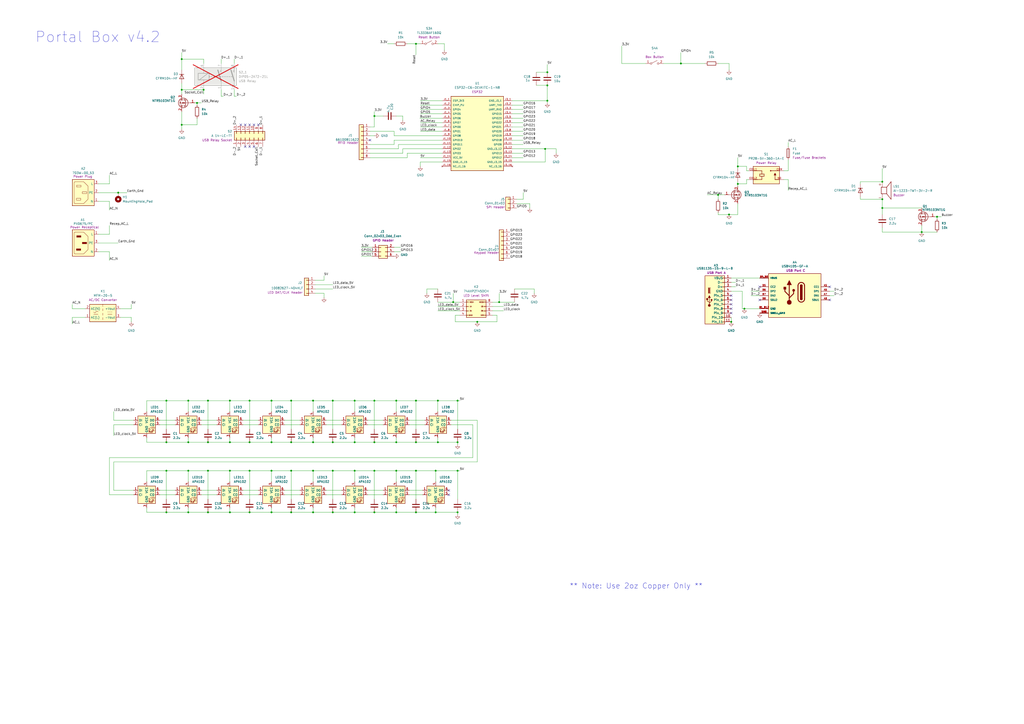
<source format=kicad_sch>
(kicad_sch (version 20231120) (generator "eeschema") (generator_version "8.0")
  (paper "A2")
  (lib_symbols
    (symbol "Connector_Generic:Conn_01x03" (pin_names (offset 1.016) hide)
      (property "Reference" "J" (at 0 5.08 0))
      (property "Value" "Conn_01x03" (at 0 -5.08 0))
      (symbol "Conn_01x03_1_1"
        (pin passive line (at -5.08 2.54 0) (length 3.81) (name "Pin_1") (number "1"))
        (pin passive line (at -5.08 0 0) (length 3.81) (name "Pin_2") (number "2"))
        (pin passive line (at -5.08 -2.54 0) (length 3.81) (name "Pin_3") (number "3"))
      )
    )
    (symbol "Connector_Generic:Conn_01x04" (pin_names (offset 1.016) hide)
      (property "Reference" "J" (at 0 5.08 0))
      (property "Value" "Conn_01x04" (at 0 -7.62 0))
      (symbol "Conn_01x04_1_1"
        (pin passive line (at -5.08 2.54 0) (length 3.81) (name "Pin_1") (number "1"))
        (pin passive line (at -5.08 0 0) (length 3.81) (name "Pin_2") (number "2"))
        (pin passive line (at -5.08 -2.54 0) (length 3.81) (name "Pin_3") (number "3"))
        (pin passive line (at -5.08 -5.08 0) (length 3.81) (name "Pin_4") (number "4"))
      )
    )
    (symbol "Connector_Generic:Conn_01x07" (pin_names (offset 1.016) hide)
      (property "Reference" "J" (at 0 10.16 0))
      (property "Value" "Conn_01x07" (at 0 -10.16 0))
      (symbol "Conn_01x07_1_1"
        (pin passive line (at -5.08 7.62 0) (length 3.81) (name "Pin_1") (number "1"))
        (pin passive line (at -5.08 5.08 0) (length 3.81) (name "Pin_2") (number "2"))
        (pin passive line (at -5.08 2.54 0) (length 3.81) (name "Pin_3") (number "3"))
        (pin passive line (at -5.08 0 0) (length 3.81) (name "Pin_4") (number "4"))
        (pin passive line (at -5.08 -2.54 0) (length 3.81) (name "Pin_5") (number "5"))
        (pin passive line (at -5.08 -5.08 0) (length 3.81) (name "Pin_6") (number "6"))
        (pin passive line (at -5.08 -7.62 0) (length 3.81) (name "Pin_7") (number "7"))
      )
    )
    (symbol "Connector_Generic:Conn_01x08" (pin_names (offset 1.016) hide)
      (property "Reference" "J" (at 0 10.16 0))
      (property "Value" "Conn_01x08" (at 0 -12.7 0))
      (symbol "Conn_01x08_1_1"
        (pin passive line (at -5.08 7.62 0) (length 3.81) (name "Pin_1") (number "1"))
        (pin passive line (at -5.08 5.08 0) (length 3.81) (name "Pin_2") (number "2"))
        (pin passive line (at -5.08 2.54 0) (length 3.81) (name "Pin_3") (number "3"))
        (pin passive line (at -5.08 0 0) (length 3.81) (name "Pin_4") (number "4"))
        (pin passive line (at -5.08 -2.54 0) (length 3.81) (name "Pin_5") (number "5"))
        (pin passive line (at -5.08 -5.08 0) (length 3.81) (name "Pin_6") (number "6"))
        (pin passive line (at -5.08 -7.62 0) (length 3.81) (name "Pin_7") (number "7"))
        (pin passive line (at -5.08 -10.16 0) (length 3.81) (name "Pin_8") (number "8"))
      )
    )
    (symbol "Connector_Generic:Conn_01x11" (pin_names (offset 1.016))
      (property "Reference" "USB_Inlet1" (at 12.192 10.922 0))
      (property "Value" "Conn_01x11" (at 10.795 8.382 0))
      (symbol "Conn_01x11_1_1"
        (pin passive line (at -5.08 12.7 0) (length 3.81) (name "VBUS") (number "1"))
        (pin passive line (at -5.08 -10.16 0) (length 3.81) (name "Pin_10") (number "10"))
        (pin passive line (at -5.08 -12.7 0) (length 3.81) (name "Pin_11") (number "11"))
        (pin passive line (at -5.08 10.16 0) (length 3.81) (name "D-") (number "2"))
        (pin passive line (at -5.08 7.62 0) (length 3.81) (name "D+") (number "3"))
        (pin passive line (at -5.08 5.08 0) (length 3.81) (name "GND") (number "4"))
        (pin passive line (at -5.08 2.54 0) (length 3.81) (name "Pin_5") (number "5"))
        (pin passive line (at -5.08 0 0) (length 3.81) (name "Pin_6") (number "6"))
        (pin passive line (at -5.08 -2.54 0) (length 3.81) (name "Pin_7") (number "7"))
        (pin passive line (at -5.08 -5.08 0) (length 3.81) (name "Pin_8") (number "8"))
        (pin passive line (at -5.08 -7.62 0) (length 3.81) (name "Pin_9") (number "9"))
      )
    )
    (symbol "Connector_Generic:Conn_02x03_Odd_Even" (pin_names (offset 1.016) hide)
      (property "Reference" "J" (at 1.27 5.08 0))
      (property "Value" "Conn_02x03_Odd_Even" (at 1.27 -5.08 0))
      (symbol "Conn_02x03_Odd_Even_1_1"
        (pin passive line (at -5.08 2.54 0) (length 3.81) (name "Pin_1") (number "1"))
        (pin passive line (at 7.62 2.54 180) (length 3.81) (name "Pin_2") (number "2"))
        (pin passive line (at -5.08 0 0) (length 3.81) (name "Pin_3") (number "3"))
        (pin passive line (at 7.62 0 180) (length 3.81) (name "Pin_4") (number "4"))
        (pin passive line (at -5.08 -2.54 0) (length 3.81) (name "Pin_5") (number "5"))
        (pin passive line (at 7.62 -2.54 180) (length 3.81) (name "Pin_6") (number "6"))
      )
    )
    (symbol "Connector_Generic:Conn_02x04_Counter_Clockwise" (pin_names (offset 1.016) hide)
      (property "Reference" "J9" (at 1.27 8.89 0))
      (property "Value" "Conn_02x04_Counter_Clockwise" (at 1.27 6.35 0))
      (symbol "Conn_02x04_Counter_Clockwise_1_1"
        (text "1A" (at 1.27 0 0) (effects (font (size 0.635 0.635))))
        (text "1B" (at 7.874 0 0) (effects (font (size 0.635 0.635))))
        (text "2A" (at 1.27 -2.54 0) (effects (font (size 0.635 0.635))))
        (text "2B" (at 7.874 -2.54 0) (effects (font (size 0.635 0.635))))
        (text "DIR" (at 7.874 -5.08 0) (effects (font (size 0.635 0.635))))
        (text "GND" (at 1.27 -5.08 0) (effects (font (size 0.635 0.635))))
        (text "VCCA" (at 1.778 2.54 0) (effects (font (size 0.635 0.635))))
        (text "VCCB" (at 7.366 2.54 0) (effects (font (size 0.635 0.635))))
        (pin power_in line (at -5.08 2.54 0) (length 3.81) (name "VCCA") (number "1"))
        (pin bidirectional line (at -5.08 0 0) (length 3.81) (name "1A") (number "2"))
        (pin bidirectional line (at -5.08 -2.54 0) (length 3.81) (name "2B") (number "3"))
        (pin passive line (at -5.08 -5.08 0) (length 3.81) (name "GND") (number "4"))
        (pin passive line (at 13.97 -5.08 180) (length 3.81) (name "DIR") (number "5"))
        (pin bidirectional line (at 13.97 -2.54 180) (length 3.81) (name "2B") (number "6"))
        (pin bidirectional line (at 13.97 0 180) (length 3.81) (name "1B") (number "7"))
        (pin power_in line (at 13.97 2.54 180) (length 3.81) (name "VCCB") (number "8"))
      )
    )
    (symbol "Connector_Generic:Conn_02x07_Counter_Clockwise" (pin_names (offset 1.016) hide)
      (property "Reference" "J" (at 1.27 10.16 0))
      (property "Value" "Conn_02x07_Counter_Clockwise" (at 1.27 -10.16 0))
      (symbol "Conn_02x07_Counter_Clockwise_1_1"
        (pin passive line (at -5.08 7.62 0) (length 3.81) (name "Pin_1") (number "1"))
        (pin passive line (at 7.62 -2.54 180) (length 3.81) (name "Pin_10") (number "10"))
        (pin passive line (at 7.62 0 180) (length 3.81) (name "Pin_11") (number "11"))
        (pin passive line (at 7.62 2.54 180) (length 3.81) (name "Pin_12") (number "12"))
        (pin passive line (at 7.62 5.08 180) (length 3.81) (name "Pin_13") (number "13"))
        (pin passive line (at 7.62 7.62 180) (length 3.81) (name "Pin_14") (number "14"))
        (pin passive line (at -5.08 5.08 0) (length 3.81) (name "Pin_2") (number "2"))
        (pin passive line (at -5.08 2.54 0) (length 3.81) (name "Pin_3") (number "3"))
        (pin passive line (at -5.08 0 0) (length 3.81) (name "Pin_4") (number "4"))
        (pin passive line (at -5.08 -2.54 0) (length 3.81) (name "Pin_5") (number "5"))
        (pin passive line (at -5.08 -5.08 0) (length 3.81) (name "Pin_6") (number "6"))
        (pin passive line (at -5.08 -7.62 0) (length 3.81) (name "Pin_7") (number "7"))
        (pin passive line (at 7.62 -7.62 180) (length 3.81) (name "Pin_8") (number "8"))
        (pin passive line (at 7.62 -5.08 180) (length 3.81) (name "Pin_9") (number "9"))
      )
    )
    (symbol "Converter_ACDC:RAC01-3.3SGB"
      (property "Reference" "PS" (at 0 6.35 0))
      (property "Value" "RAC01-3.3SGB" (at 0 -6.35 0))
      (symbol "RAC01-3.3SGB_1_1"
        (pin power_in line (at -10.16 -2.54 0) (length 2.54) (name "AC(L)") (number "1"))
        (pin power_in line (at -10.16 2.54 0) (length 2.54) (name "AC(N)") (number "2"))
        (pin power_out line (at 10.16 -2.54 180) (length 2.54) (name "-Vout") (number "3"))
        (pin power_out line (at 10.16 2.54 180) (length 2.54) (name "+Vout") (number "4"))
      )
    )
    (symbol "Device:C" (pin_numbers hide) (pin_names (offset 0.254))
      (property "Reference" "C" (at 0.635 2.54 0))
      (property "Value" "C" (at 0.635 -2.54 0))
      (symbol "C_1_1"
        (pin passive line (at 0 3.81 270) (length 2.794) (name "~") (number "1"))
        (pin passive line (at 0 -3.81 90) (length 2.794) (name "~") (number "2"))
      )
    )
    (symbol "Device:D" (pin_numbers hide) (pin_names (offset 1.016) hide)
      (property "Reference" "D" (at 0 2.54 0))
      (property "Value" "D" (at 0 -2.54 0))
      (symbol "D_1_1"
        (pin passive line (at -3.81 0 0) (length 2.54) (name "K") (number "1"))
        (pin passive line (at 3.81 0 180) (length 2.54) (name "A") (number "2"))
      )
    )
    (symbol "Device:Fuse" (pin_numbers hide) (pin_names (offset 0))
      (property "Reference" "F" (at 2.032 0 90))
      (property "Value" "Fuse" (at -1.905 0 90))
      (symbol "Fuse_1_1"
        (pin passive line (at 0 3.81 270) (length 1.27) (name "~") (number "1"))
        (pin passive line (at 0 -3.81 90) (length 1.27) (name "~") (number "2"))
      )
    )
    (symbol "Device:R" (pin_numbers hide) (pin_names (offset 0))
      (property "Reference" "R" (at 2.032 0 90))
      (property "Value" "R" (at 0 0 90))
      (symbol "R_1_1"
        (pin passive line (at 0 3.81 270) (length 1.27) (name "~") (number "1"))
        (pin passive line (at 0 -3.81 90) (length 1.27) (name "~") (number "2"))
      )
    )
    (symbol "ECEG400:AI-1223-TWT-3V-2-R" (pin_numbers hide) (pin_names (offset 1.016) hide)
      (property "Reference" "LS1" (at 3.81 1.1258 0))
      (property "Value" "AI-1223-TWT-3V-2-R" (at 3.81 -1.4142 0))
      (symbol "AI-1223-TWT-3V-2-R_0_0"
        (text "+" (at -5.08 2.54 0) (effects (font (size 1.778 1.778)) (justify left bottom)))
        (text "-" (at -5.08 -5.08 0) (effects (font (size 1.778 1.778)) (justify left bottom)))
        (pin passive line (at -2.54 -5.08 90) (length 2.54) (name "~") (number "N"))
        (pin passive line (at -2.54 5.08 270) (length 2.54) (name "~") (number "P"))
      )
    )
    (symbol "ECEG400:ESP32-C6-DEVKITC-1-N8" (pin_names (offset 1.016))
      (property "Reference" "U" (at -15.24 23.622 0))
      (property "Value" "ESP32-C6-DEVKITC-1-N8" (at -15.24 -22.86 0))
      (symbol "ESP32-C6-DEVKITC-1-N8_0_0"
        (pin power_in line (at -20.32 20.32 0) (length 5.08) (name "ESP_3V3") (number "J1_1"))
        (pin bidirectional line (at -20.32 -2.54 0) (length 5.08) (name "GPIO10") (number "J1_10"))
        (pin bidirectional line (at -20.32 -5.08 0) (length 5.08) (name "GPIO11") (number "J1_11"))
        (pin bidirectional line (at -20.32 -7.62 0) (length 5.08) (name "GPIO2") (number "J1_12"))
        (pin bidirectional line (at -20.32 -10.16 0) (length 5.08) (name "GPIO3") (number "J1_13"))
        (pin power_in line (at -20.32 -12.7 0) (length 5.08) (name "VCC_5V") (number "J1_14"))
        (pin power_in line (at -20.32 -15.24 0) (length 5.08) (name "GND_J1_15") (number "J1_15"))
        (pin no_connect line (at -20.32 -17.78 0) (length 5.08) (name "NC_J1_16") (number "J1_16"))
        (pin input line (at -20.32 17.78 0) (length 5.08) (name "CHIP_PU") (number "J1_2"))
        (pin bidirectional line (at -20.32 15.24 0) (length 5.08) (name "GPIO4") (number "J1_3"))
        (pin bidirectional line (at -20.32 12.7 0) (length 5.08) (name "GPIO5") (number "J1_4"))
        (pin bidirectional line (at -20.32 10.16 0) (length 5.08) (name "GPIO6") (number "J1_5"))
        (pin bidirectional line (at -20.32 7.62 0) (length 5.08) (name "GPIO7") (number "J1_6"))
        (pin bidirectional line (at -20.32 5.08 0) (length 5.08) (name "GPIO0") (number "J1_7"))
        (pin bidirectional line (at -20.32 2.54 0) (length 5.08) (name "GPIO1") (number "J1_8"))
        (pin bidirectional line (at -20.32 0 0) (length 5.08) (name "GPIO8") (number "J1_9"))
        (pin power_in line (at 20.32 20.32 180) (length 5.08) (name "GND_J3_1") (number "J3_1"))
        (pin bidirectional line (at 20.32 -2.54 180) (length 5.08) (name "GPIO18") (number "J3_10"))
        (pin bidirectional line (at 20.32 -5.08 180) (length 5.08) (name "GPIO9") (number "J3_11"))
        (pin power_in line (at 20.32 -7.62 180) (length 5.08) (name "GND_J3_12") (number "J3_12"))
        (pin bidirectional line (at 20.32 -10.16 180) (length 5.08) (name "GPIO13") (number "J3_13"))
        (pin bidirectional line (at 20.32 -12.7 180) (length 5.08) (name "GPIO12") (number "J3_14"))
        (pin power_in line (at 20.32 -15.24 180) (length 5.08) (name "GND_J3_15") (number "J3_15"))
        (pin no_connect line (at 20.32 -17.78 180) (length 5.08) (name "NC_J3_16") (number "J3_16"))
        (pin bidirectional line (at 20.32 17.78 180) (length 5.08) (name "UART_TXD") (number "J3_2"))
        (pin bidirectional line (at 20.32 15.24 180) (length 5.08) (name "UART_RXD") (number "J3_3"))
        (pin bidirectional line (at 20.32 12.7 180) (length 5.08) (name "GPIO15") (number "J3_4"))
        (pin bidirectional line (at 20.32 10.16 180) (length 5.08) (name "GPIO23") (number "J3_5"))
        (pin bidirectional line (at 20.32 7.62 180) (length 5.08) (name "GPIO22") (number "J3_6"))
        (pin bidirectional line (at 20.32 5.08 180) (length 5.08) (name "GPIO21") (number "J3_7"))
        (pin bidirectional line (at 20.32 2.54 180) (length 5.08) (name "GPIO20") (number "J3_8"))
        (pin bidirectional line (at 20.32 0 180) (length 5.08) (name "GPIO19") (number "J3_9"))
      )
    )
    (symbol "LED:APA102"
      (property "Reference" "D" (at 5.08 5.715 0))
      (property "Value" "APA102" (at 1.27 -5.715 0))
      (symbol "APA102_0_0"
        (text "RGB" (at 2.286 -4.191 0) (effects (font (size 0.762 0.762))))
      )
      (symbol "APA102_1_1"
        (pin input line (at -7.62 2.54 0) (length 2.54) (name "DI") (number "1"))
        (pin input line (at -7.62 0 0) (length 2.54) (name "CI") (number "2"))
        (pin power_in line (at 0 -7.62 90) (length 2.54) (name "GND") (number "3"))
        (pin power_in line (at 0 7.62 270) (length 2.54) (name "VCC") (number "4"))
        (pin output line (at 7.62 0 180) (length 2.54) (name "CO") (number "5"))
        (pin output line (at 7.62 2.54 180) (length 2.54) (name "DO") (number "6"))
      )
    )
    (symbol "Mechanical:MountingHole_Pad" (pin_numbers hide) (pin_names (offset 1.016) hide) (exclude_from_sim yes) (in_bom no)
      (property "Reference" "H" (at 0 6.35 0))
      (property "Value" "MountingHole_Pad" (at 0 4.445 0))
      (symbol "MountingHole_Pad_1_1"
        (pin input line (at 0 -2.54 90) (length 2.54) (name "1") (number "1"))
      )
    )
    (symbol "PR28-5V-360-1A-E:PR28-5V-360-1A-E" (pin_names (offset 1.016))
      (property "Reference" "K" (at -7.62 6.35 0))
      (property "Value" "PR28-5V-360-1A-E" (at -7.62 -7.62 0))
      (symbol "PR28-5V-360-1A-E_0_0"
        (pin passive line (at -10.16 2.54 0) (length 5.08) (name "~") (number "COIL1"))
        (pin passive line (at -10.16 -2.54 0) (length 5.08) (name "~") (number "COIL2"))
        (pin passive line (at 10.16 2.54 180) (length 5.08) (name "~") (number "COM"))
        (pin passive line (at 10.16 -2.54 180) (length 5.08) (name "~") (number "NO"))
      )
    )
    (symbol "Portal Box:IEC_60320_C13_Plug"
      (property "Reference" "P" (at -5.842 8.636 0))
      (property "Value" "703W-00_53" (at 0.508 -9.144 0))
      (symbol "IEC_60320_C13_Plug_1_1"
        (pin power_in line (at 8.89 -5.08 180) (length 2.54) (name "N") (number "1"))
        (pin bidirectional line (at 8.89 0 180) (length 2.54) (name "PE") (number "2"))
        (pin power_in line (at 8.89 5.08 180) (length 2.54) (name "L") (number "3"))
      )
    )
    (symbol "Portal Box:IEC_60320_C14_Receptacle"
      (property "Reference" "J" (at -5.842 8.636 0))
      (property "Value" "PX0675_PC" (at 0 -9.144 0))
      (symbol "IEC_60320_C14_Receptacle_1_1"
        (pin power_in line (at 8.89 5.08 180) (length 2.54) (name "L") (number "1"))
        (pin power_in line (at 8.89 -5.08 180) (length 2.54) (name "N") (number "2"))
        (pin bidirectional line (at 8.89 0 180) (length 2.54) (name "PE") (number "3"))
      )
    )
    (symbol "Portal Box:USB4105-GF-A" (pin_names (offset 1.016))
      (property "Reference" "J" (at -15.24 13.97 0))
      (property "Value" "USB4105-GF-A" (at -15.24 -15.24 0))
      (symbol "USB4105-GF-A_0_0"
        (pin power_in line (at 20.32 -7.62 180) (length 5.08) (name "GND") (number "A1_B12"))
        (pin power_in line (at 20.32 10.16 180) (length 5.08) (name "VBUS") (number "A4_B9"))
        (pin bidirectional line (at -20.32 5.08 0) (length 5.08) (name "CC1") (number "A5"))
        (pin bidirectional line (at -20.32 2.54 0) (length 5.08) (name "DP1") (number "A6"))
        (pin bidirectional line (at -20.32 0 0) (length 5.08) (name "DN1") (number "A7"))
        (pin bidirectional line (at -20.32 -2.54 0) (length 5.08) (name "SBU1") (number "A8"))
        (pin power_in line (at 20.32 -7.62 180) (length 5.08) (name "GND") (number "B1_A12"))
        (pin power_in line (at 20.32 10.16 180) (length 5.08) (name "VBUS") (number "B4_A9"))
        (pin bidirectional line (at 20.32 5.08 180) (length 5.08) (name "CC2") (number "B5"))
        (pin bidirectional line (at 20.32 2.54 180) (length 5.08) (name "DP2") (number "B6"))
        (pin bidirectional line (at 20.32 0 180) (length 5.08) (name "DN2") (number "B7"))
        (pin bidirectional line (at 20.32 -2.54 180) (length 5.08) (name "SBU2") (number "B8"))
        (pin power_in line (at 20.32 -10.16 180) (length 5.08) (name "SHELL_GND") (number "SH1"))
        (pin power_in line (at 20.32 -10.16 180) (length 5.08) (name "SHELL_GND") (number "SH2"))
        (pin power_in line (at 20.32 -10.16 180) (length 5.08) (name "SHELL_GND") (number "SH3"))
        (pin power_in line (at 20.32 -10.16 180) (length 5.08) (name "SHELL_GND") (number "SH4"))
      )
    )
    (symbol "Relay:DIPxx-2Axx-21x"
      (property "Reference" "K" (at 12.7 3.81 0))
      (property "Value" "DIPxx-2Axx-21x" (at 12.7 1.27 0))
      (symbol "DIPxx-2Axx-21x_1_1"
        (pin passive line (at 2.54 -7.62 90) (length 2.54) (name "~") (number "1"))
        (pin passive line (at 10.16 -7.62 90) (length 2.54) (name "~") (number "14"))
        (pin passive line (at -7.62 -7.62 90) (length 2.54) (name "~") (number "2"))
        (pin passive line (at -7.62 7.62 270) (length 2.54) (name "~") (number "6"))
        (pin passive line (at 2.54 7.62 270) (length 2.54) (name "~") (number "7"))
        (pin passive line (at 10.16 7.62 270) (length 2.54) (name "~") (number "8"))
      )
    )
    (symbol "Switch:SW_DPST_x2" (pin_names (offset 0) hide)
      (property "Reference" "SW" (at 0 3.175 0))
      (property "Value" "SW_DPST_x2" (at 0 -2.54 0))
      (symbol "SW_DPST_x2_1_1"
        (pin passive line (at -5.08 0 0) (length 2.54) (name "A") (number "1"))
        (pin passive line (at 5.08 0 180) (length 2.54) (name "B") (number "2"))
      )
      (symbol "SW_DPST_x2_2_1"
        (pin passive line (at -5.08 0 0) (length 2.54) (name "A") (number "3"))
        (pin passive line (at 5.08 0 180) (length 2.54) (name "B") (number "4"))
      )
    )
    (symbol "Transistor_FET:DMN6140L" (pin_names hide)
      (property "Reference" "Q" (at 5.08 1.905 0))
      (property "Value" "DMN6140L" (at 5.08 0 0))
      (symbol "DMN6140L_1_1"
        (pin input line (at -5.08 0 0) (length 2.54) (name "G") (number "1"))
        (pin passive line (at 2.54 -5.08 90) (length 2.54) (name "S") (number "2"))
        (pin passive line (at 2.54 5.08 270) (length 2.54) (name "D") (number "3"))
      )
    )
    (symbol "power:GND" (power) (pin_numbers hide) (pin_names (offset 0) hide)
      (property "Value" "GND" (at 0 -3.81 0))
      (symbol "GND_1_1"
        (pin power_in line (at 0 0 270) (length 0) (name "~") (number "1"))
      )
    )
  )
  (junction (at 229.87 297.18))
  (junction (at 205.74 273.05))
  (junction (at 120.65 256.54))
  (junction (at 265.43 297.18))
  (junction (at 217.17 232.41))
  (junction (at 157.48 256.54))
  (junction (at 181.61 232.41))
  (junction (at 96.52 273.05))
  (junction (at 422.91 124.46))
  (junction (at 120.65 297.18))
  (junction (at 265.43 256.54))
  (junction (at 276.86 186.69))
  (junction (at 168.91 297.18))
  (junction (at 431.8 179.07))
  (junction (at 120.65 273.05))
  (junction (at 205.74 256.54))
  (junction (at 109.22 256.54))
  (junction (at 511.81 120.65))
  (junction (at 217.17 297.18))
  (junction (at 157.48 273.05))
  (junction (at 105.41 34.29))
  (junction (at 96.52 256.54))
  (junction (at 427.99 106.68))
  (junction (at 217.17 273.05))
  (junction (at 205.74 297.18))
  (junction (at 193.04 232.41))
  (junction (at 168.91 273.05))
  (junction (at 217.17 256.54))
  (junction (at 96.52 297.18))
  (junction (at 254 256.54))
  (junction (at 205.74 232.41))
  (junction (at 241.3 273.05))
  (junction (at 181.61 297.18))
  (junction (at 241.3 25.4))
  (junction (at 181.61 256.54))
  (junction (at 229.87 232.41))
  (junction (at 144.78 232.41))
  (junction (at 68.58 111.76))
  (junction (at 241.3 232.41))
  (junction (at 265.43 232.41))
  (junction (at 144.78 256.54))
  (junction (at 120.65 232.41))
  (junction (at 241.3 297.18))
  (junction (at 394.97 36.83))
  (junction (at 229.87 273.05))
  (junction (at 109.22 273.05))
  (junction (at 317.5 58.42))
  (junction (at 262.89 175.26))
  (junction (at 252.73 297.18))
  (junction (at 114.3 59.69))
  (junction (at 133.35 297.18))
  (junction (at 317.5 41.91))
  (junction (at 254 232.41))
  (junction (at 265.43 273.05))
  (junction (at 133.35 256.54))
  (junction (at 511.81 105.41))
  (junction (at 118.11 52.07))
  (junction (at 416.56 113.03))
  (junction (at 157.48 232.41))
  (junction (at 193.04 297.18))
  (junction (at 168.91 256.54))
  (junction (at 427.99 96.52))
  (junction (at 424.18 186.69))
  (junction (at 511.81 115.57))
  (junction (at 252.73 273.05))
  (junction (at 109.22 232.41))
  (junction (at 144.78 297.18))
  (junction (at 289.56 175.26))
  (junction (at 543.56 125.73))
  (junction (at 193.04 256.54))
  (junction (at 133.35 273.05))
  (junction (at 168.91 232.41))
  (junction (at 109.22 297.18))
  (junction (at 316.23 86.36))
  (junction (at 193.04 273.05))
  (junction (at 105.41 72.39))
  (junction (at 217.17 67.31))
  (junction (at 133.35 232.41))
  (junction (at 96.52 232.41))
  (junction (at 105.41 52.07))
  (junction (at 241.3 256.54))
  (junction (at 181.61 273.05))
  (junction (at 317.5 49.53))
  (junction (at 144.78 273.05))
  (junction (at 229.87 256.54))
  (junction (at 157.48 297.18))
  (junction (at 534.67 134.62))
  (no_connect (at 424.18 176.53))
  (no_connect (at 142.24 72.39))
  (no_connect (at 481.33 173.99))
  (no_connect (at 424.18 181.61))
  (no_connect (at 424.18 179.07))
  (no_connect (at 147.32 85.09))
  (no_connect (at 147.32 72.39))
  (no_connect (at 144.78 85.09))
  (no_connect (at 139.7 72.39))
  (no_connect (at 214.63 81.28))
  (no_connect (at 440.69 166.37))
  (no_connect (at 260.35 287.02))
  (no_connect (at 481.33 166.37))
  (no_connect (at 260.35 284.48))
  (no_connect (at 149.86 72.39))
  (no_connect (at 440.69 173.99))
  (no_connect (at 424.18 173.99))
  (no_connect (at 424.18 171.45))
  (no_connect (at 142.24 85.09))
  (no_connect (at 144.78 72.39))
  (wire (pts (xy 427.99 118.11) (xy 427.99 124.46)))
  (wire (pts (xy 422.91 124.46) (xy 416.56 124.46)))
  (wire (pts (xy 254 232.41) (xy 241.3 232.41)))
  (wire (pts (xy 41.91 179.07) (xy 41.91 176.53)))
  (wire (pts (xy 168.91 232.41) (xy 157.48 232.41)))
  (wire (pts (xy 135.89 34.29) (xy 135.89 36.83)))
  (wire (pts (xy 435.61 171.45) (xy 440.69 171.45)))
  (wire (pts (xy 92.71 243.84) (xy 101.6 243.84)))
  (wire (pts (xy 205.74 254) (xy 205.74 256.54)))
  (wire (pts (xy 265.43 257.81) (xy 265.43 256.54)))
  (wire (pts (xy 187.96 162.56) (xy 187.96 160.02)))
  (wire (pts (xy 433.07 106.68) (xy 433.07 104.14)))
  (wire (pts (xy 288.29 182.88) (xy 288.29 186.69)))
  (wire (pts (xy 140.97 287.02) (xy 149.86 287.02)))
  (wire (pts (xy 243.84 93.98) (xy 256.54 93.98)))
  (wire (pts (xy 109.22 294.64) (xy 109.22 297.18)))
  (wire (pts (xy 144.78 232.41) (xy 144.78 248.92)))
  (wire (pts (xy 109.22 256.54) (xy 96.52 256.54)))
  (wire (pts (xy 254 254) (xy 254 256.54)))
  (wire (pts (xy 274.32 265.43) (xy 274.32 246.38)))
  (wire (pts (xy 289.56 175.26) (xy 298.45 175.26)))
  (wire (pts (xy 217.17 73.66) (xy 217.17 67.31)))
  (wire (pts (xy 427.99 106.68) (xy 427.99 107.95)))
  (wire (pts (xy 205.74 273.05) (xy 193.04 273.05)))
  (wire (pts (xy 133.35 256.54) (xy 120.65 256.54)))
  (wire (pts (xy 297.18 60.96) (xy 303.53 60.96)))
  (wire (pts (xy 534.67 134.62) (xy 543.56 134.62)))
  (wire (pts (xy 307.34 118.11) (xy 299.72 118.11)))
  (wire (pts (xy 209.55 148.59) (xy 215.9 148.59)))
  (wire (pts (xy 193.04 273.05) (xy 193.04 289.56)))
  (wire (pts (xy 454.66 99.06) (xy 457.2 99.06)))
  (wire (pts (xy 157.48 273.05) (xy 157.48 279.4)))
  (wire (pts (xy 317.5 37.4) (xy 317.5 41.91)))
  (wire (pts (xy 430.53 179.07) (xy 431.8 179.07)))
  (wire (pts (xy 394.97 36.83) (xy 408.94 36.83)))
  (wire (pts (xy 297.18 88.9) (xy 303.53 88.9)))
  (wire (pts (xy 252.73 273.05) (xy 252.73 279.4)))
  (wire (pts (xy 228.6 143.51) (xy 232.41 143.51)))
  (wire (pts (xy 265.43 298.45) (xy 265.43 297.18)))
  (wire (pts (xy 133.35 273.05) (xy 120.65 273.05)))
  (wire (pts (xy 105.41 64.77) (xy 105.41 72.39)))
  (wire (pts (xy 144.78 273.05) (xy 133.35 273.05)))
  (wire (pts (xy 96.52 232.41) (xy 96.52 248.92)))
  (wire (pts (xy 69.85 184.15) (xy 76.2 184.15)))
  (wire (pts (xy 214.63 76.2) (xy 228.6 76.2)))
  (wire (pts (xy 276.86 186.69) (xy 264.16 186.69)))
  (wire (pts (xy 243.84 96.52) (xy 243.84 93.98)))
  (wire (pts (xy 297.18 66.04) (xy 303.53 66.04)))
  (wire (pts (xy 229.87 273.05) (xy 217.17 273.05)))
  (wire (pts (xy 254 180.34) (xy 266.7 180.34)))
  (wire (pts (xy 165.1 246.38) (xy 173.99 246.38)))
  (wire (pts (xy 511.81 115.57) (xy 511.81 120.65)))
  (wire (pts (xy 322.58 86.36) (xy 322.58 88.9)))
  (wire (pts (xy 276.86 267.97) (xy 276.86 243.84)))
  (wire (pts (xy 128.27 34.29) (xy 128.27 36.83)))
  (wire (pts (xy 217.17 297.18) (xy 205.74 297.18)))
  (wire (pts (xy 252.73 297.18) (xy 241.3 297.18)))
  (wire (pts (xy 66.04 284.48) (xy 66.04 267.97)))
  (wire (pts (xy 116.84 243.84) (xy 125.73 243.84)))
  (wire (pts (xy 114.3 59.69) (xy 116.84 59.69)))
  (wire (pts (xy 144.78 232.41) (xy 133.35 232.41)))
  (wire (pts (xy 288.29 186.69) (xy 276.86 186.69)))
  (wire (pts (xy 394.97 30.48) (xy 394.97 36.83)))
  (wire (pts (xy 92.71 284.48) (xy 101.6 284.48)))
  (wire (pts (xy 236.22 25.4) (xy 241.3 25.4)))
  (wire (pts (xy 416.56 123.19) (xy 416.56 124.46)))
  (wire (pts (xy 133.35 297.18) (xy 120.65 297.18)))
  (wire (pts (xy 241.3 25.4) (xy 241.3 31.75)))
  (wire (pts (xy 264.16 182.88) (xy 266.7 182.88)))
  (wire (pts (xy 297.18 86.36) (xy 316.23 86.36)))
  (wire (pts (xy 274.32 265.43) (xy 63.5 265.43)))
  (wire (pts (xy 265.43 232.41) (xy 265.43 248.92)))
  (wire (pts (xy 144.78 273.05) (xy 144.78 289.56)))
  (wire (pts (xy 105.41 34.29) (xy 105.41 40.64)))
  (wire (pts (xy 140.97 284.48) (xy 149.86 284.48)))
  (wire (pts (xy 105.41 52.07) (xy 105.41 54.61)))
  (wire (pts (xy 316.23 93.98) (xy 316.23 86.36)))
  (wire (pts (xy 228.6 83.82) (xy 228.6 81.28)))
  (wire (pts (xy 297.18 58.42) (xy 317.5 58.42)))
  (wire (pts (xy 85.09 256.54) (xy 85.09 254)))
  (wire (pts (xy 228.6 81.28) (xy 256.54 81.28)))
  (wire (pts (xy 205.74 297.18) (xy 193.04 297.18)))
  (wire (pts (xy 120.65 256.54) (xy 109.22 256.54)))
  (wire (pts (xy 422.91 40.64) (xy 422.91 36.83)))
  (wire (pts (xy 360.68 36.83) (xy 374.65 36.83)))
  (wire (pts (xy 257.81 25.4) (xy 257.81 29.21)))
  (wire (pts (xy 63.5 135.89) (xy 57.15 135.89)))
  (wire (pts (xy 69.85 179.07) (xy 76.2 179.07)))
  (wire (pts (xy 85.09 232.41) (xy 85.09 238.76)))
  (wire (pts (xy 214.63 86.36) (xy 231.14 86.36)))
  (wire (pts (xy 157.48 232.41) (xy 157.48 238.76)))
  (wire (pts (xy 435.61 168.91) (xy 440.69 168.91)))
  (wire (pts (xy 257.81 25.4) (xy 254 25.4)))
  (wire (pts (xy 243.84 91.44) (xy 256.54 91.44)))
  (wire (pts (xy 63.5 121.92) (xy 63.5 116.84)))
  (wire (pts (xy 247.65 167.64) (xy 254 167.64)))
  (wire (pts (xy 254 177.8) (xy 266.7 177.8)))
  (wire (pts (xy 116.84 287.02) (xy 125.73 287.02)))
  (wire (pts (xy 133.35 273.05) (xy 133.35 279.4)))
  (wire (pts (xy 360.68 26.67) (xy 360.68 36.83)))
  (wire (pts (xy 285.75 180.34) (xy 292.1 180.34)))
  (wire (pts (xy 317.5 49.53) (xy 317.5 58.42)))
  (wire (pts (xy 298.45 167.64) (xy 309.88 167.64)))
  (wire (pts (xy 229.87 256.54) (xy 217.17 256.54)))
  (wire (pts (xy 454.66 104.14) (xy 457.2 104.14)))
  (wire (pts (xy 63.5 130.81) (xy 63.5 135.89)))
  (wire (pts (xy 297.18 68.58) (xy 303.53 68.58)))
  (wire (pts (xy 534.67 134.62) (xy 511.81 134.62)))
  (wire (pts (xy 237.49 287.02) (xy 245.11 287.02)))
  (wire (pts (xy 254 256.54) (xy 241.3 256.54)))
  (wire (pts (xy 247.65 170.18) (xy 247.65 167.64)))
  (wire (pts (xy 303.53 115.57) (xy 299.72 115.57)))
  (wire (pts (xy 181.61 273.05) (xy 181.61 279.4)))
  (wire (pts (xy 157.48 273.05) (xy 144.78 273.05)))
  (wire (pts (xy 243.84 66.04) (xy 256.54 66.04)))
  (wire (pts (xy 193.04 232.41) (xy 181.61 232.41)))
  (wire (pts (xy 457.2 82.55) (xy 457.2 85.09)))
  (wire (pts (xy 213.36 243.84) (xy 222.25 243.84)))
  (wire (pts (xy 105.41 52.07) (xy 118.11 52.07)))
  (wire (pts (xy 434.34 99.06) (xy 433.07 99.06)))
  (wire (pts (xy 297.18 76.2) (xy 303.53 76.2)))
  (wire (pts (xy 66.04 243.84) (xy 77.47 243.84)))
  (wire (pts (xy 214.63 83.82) (xy 228.6 83.82)))
  (wire (pts (xy 168.91 273.05) (xy 168.91 289.56)))
  (wire (pts (xy 168.91 256.54) (xy 157.48 256.54)))
  (wire (pts (xy 57.15 106.68) (xy 63.5 106.68)))
  (wire (pts (xy 209.55 143.51) (xy 215.9 143.51)))
  (wire (pts (xy 92.71 246.38) (xy 101.6 246.38)))
  (wire (pts (xy 187.96 172.72) (xy 187.96 170.18)))
  (wire (pts (xy 63.5 106.68) (xy 63.5 101.6)))
  (wire (pts (xy 424.18 163.83) (xy 426.72 163.83)))
  (wire (pts (xy 511.81 134.62) (xy 511.81 132.08)))
  (wire (pts (xy 499.11 115.57) (xy 511.81 115.57)))
  (wire (pts (xy 157.48 232.41) (xy 144.78 232.41)))
  (wire (pts (xy 182.88 162.56) (xy 187.96 162.56)))
  (wire (pts (xy 217.17 232.41) (xy 205.74 232.41)))
  (wire (pts (xy 243.84 71.12) (xy 256.54 71.12)))
  (wire (pts (xy 265.43 273.05) (xy 265.43 289.56)))
  (wire (pts (xy 256.54 68.58) (xy 243.54 68.58)))
  (wire (pts (xy 120.65 273.05) (xy 109.22 273.05)))
  (wire (pts (xy 499.11 114.3) (xy 499.11 115.57)))
  (wire (pts (xy 214.63 73.66) (xy 217.17 73.66)))
  (wire (pts (xy 165.1 284.48) (xy 173.99 284.48)))
  (wire (pts (xy 120.65 232.41) (xy 109.22 232.41)))
  (wire (pts (xy 181.61 256.54) (xy 168.91 256.54)))
  (wire (pts (xy 266.7 232.41) (xy 265.43 232.41)))
  (wire (pts (xy 181.61 294.64) (xy 181.61 297.18)))
  (wire (pts (xy 254 175.26) (xy 262.89 175.26)))
  (wire (pts (xy 410.21 113.03) (xy 416.56 113.03)))
  (wire (pts (xy 233.68 88.9) (xy 233.68 86.36)))
  (wire (pts (xy 118.11 52.07) (xy 118.11 54.61)))
  (wire (pts (xy 243.84 76.2) (xy 256.54 76.2)))
  (wire (pts (xy 431.8 179.07) (xy 440.69 179.07)))
  (wire (pts (xy 135.89 52.07) (xy 135.89 55.88)))
  (wire (pts (xy 85.09 273.05) (xy 85.09 279.4)))
  (wire (pts (xy 118.11 34.29) (xy 105.41 34.29)))
  (wire (pts (xy 105.41 48.26) (xy 105.41 52.07)))
  (wire (pts (xy 118.11 36.83) (xy 118.11 34.29)))
  (wire (pts (xy 96.52 232.41) (xy 85.09 232.41)))
  (wire (pts (xy 109.22 232.41) (xy 96.52 232.41)))
  (wire (pts (xy 128.27 55.88) (xy 129.54 55.88)))
  (wire (pts (xy 433.07 104.14) (xy 434.34 104.14)))
  (wire (pts (xy 116.84 246.38) (xy 125.73 246.38)))
  (wire (pts (xy 205.74 232.41) (xy 193.04 232.41)))
  (wire (pts (xy 229.87 273.05) (xy 241.3 273.05)))
  (wire (pts (xy 128.27 52.07) (xy 128.27 55.88)))
  (wire (pts (xy 511.81 120.65) (xy 534.67 120.65)))
  (wire (pts (xy 133.35 232.41) (xy 133.35 238.76)))
  (wire (pts (xy 213.36 284.48) (xy 222.25 284.48)))
  (wire (pts (xy 193.04 297.18) (xy 181.61 297.18)))
  (wire (pts (xy 85.09 294.64) (xy 85.09 297.18)))
  (wire (pts (xy 543.56 125.73) (xy 546.1 125.73)))
  (wire (pts (xy 49.53 184.15) (xy 41.91 184.15)))
  (wire (pts (xy 181.61 232.41) (xy 181.61 238.76)))
  (wire (pts (xy 241.3 297.18) (xy 229.87 297.18)))
  (wire (pts (xy 262.89 170.18) (xy 262.89 175.26)))
  (wire (pts (xy 109.22 254) (xy 109.22 256.54)))
  (wire (pts (xy 214.63 78.74) (xy 217.17 78.74)))
  (wire (pts (xy 499.11 106.68) (xy 499.11 105.41)))
  (wire (pts (xy 241.3 232.41) (xy 241.3 248.92)))
  (wire (pts (xy 120.65 232.41) (xy 120.65 248.92)))
  (wire (pts (xy 144.78 297.18) (xy 133.35 297.18)))
  (wire (pts (xy 49.53 179.07) (xy 41.91 179.07)))
  (wire (pts (xy 77.47 284.48) (xy 66.04 284.48)))
  (wire (pts (xy 261.62 246.38) (xy 274.32 246.38)))
  (wire (pts (xy 120.65 273.05) (xy 120.65 289.56)))
  (wire (pts (xy 457.2 92.71) (xy 457.2 99.06)))
  (wire (pts (xy 217.17 64.77) (xy 217.17 67.31)))
  (wire (pts (xy 241.3 273.05) (xy 252.73 273.05)))
  (wire (pts (xy 144.78 256.54) (xy 133.35 256.54)))
  (wire (pts (xy 189.23 243.84) (xy 198.12 243.84)))
  (wire (pts (xy 189.23 287.02) (xy 198.12 287.02)))
  (wire (pts (xy 297.18 83.82) (xy 303.53 83.82)))
  (wire (pts (xy 256.54 88.9) (xy 236.22 88.9)))
  (wire (pts (xy 63.5 116.84) (xy 57.15 116.84)))
  (wire (pts (xy 181.61 297.18) (xy 168.91 297.18)))
  (wire (pts (xy 499.11 105.41) (xy 511.81 105.41)))
  (wire (pts (xy 228.6 78.74) (xy 228.6 76.2)))
  (wire (pts (xy 297.18 93.98) (xy 316.23 93.98)))
  (wire (pts (xy 311.15 41.91) (xy 317.5 41.91)))
  (wire (pts (xy 66.04 238.76) (xy 66.04 243.84)))
  (wire (pts (xy 133.35 254) (xy 133.35 256.54)))
  (wire (pts (xy 168.91 232.41) (xy 168.91 248.92)))
  (wire (pts (xy 241.3 232.41) (xy 229.87 232.41)))
  (wire (pts (xy 105.41 74.93) (xy 105.41 72.39)))
  (wire (pts (xy 109.22 273.05) (xy 109.22 279.4)))
  (wire (pts (xy 309.88 167.64) (xy 309.88 170.18)))
  (wire (pts (xy 213.36 287.02) (xy 222.25 287.02)))
  (wire (pts (xy 133.35 232.41) (xy 120.65 232.41)))
  (wire (pts (xy 57.15 140.97) (xy 68.58 140.97)))
  (wire (pts (xy 96.52 273.05) (xy 85.09 273.05)))
  (wire (pts (xy 214.63 91.44) (xy 236.22 91.44)))
  (wire (pts (xy 433.07 99.06) (xy 433.07 96.52)))
  (wire (pts (xy 113.03 59.69) (xy 114.3 59.69)))
  (wire (pts (xy 157.48 256.54) (xy 144.78 256.54)))
  (wire (pts (xy 193.04 273.05) (xy 181.61 273.05)))
  (wire (pts (xy 217.17 232.41) (xy 217.17 248.92)))
  (wire (pts (xy 133.35 294.64) (xy 133.35 297.18)))
  (wire (pts (xy 297.18 81.28) (xy 303.53 81.28)))
  (wire (pts (xy 116.84 284.48) (xy 125.73 284.48)))
  (wire (pts (xy 265.43 297.18) (xy 252.73 297.18)))
  (wire (pts (xy 430.53 168.91) (xy 430.53 179.07)))
  (wire (pts (xy 317.5 59.69) (xy 317.5 58.42)))
  (wire (pts (xy 182.88 165.1) (xy 193.04 165.1)))
  (wire (pts (xy 205.74 273.05) (xy 205.74 279.4)))
  (wire (pts (xy 427.99 124.46) (xy 422.91 124.46)))
  (wire (pts (xy 285.75 175.26) (xy 289.56 175.26)))
  (wire (pts (xy 205.74 232.41) (xy 205.74 238.76)))
  (wire (pts (xy 261.62 243.84) (xy 276.86 243.84)))
  (wire (pts (xy 241.3 273.05) (xy 241.3 289.56)))
  (wire (pts (xy 96.52 256.54) (xy 85.09 256.54)))
  (wire (pts (xy 135.89 55.88) (xy 137.16 55.88)))
  (wire (pts (xy 229.87 273.05) (xy 229.87 279.4)))
  (wire (pts (xy 217.17 273.05) (xy 217.17 289.56)))
  (wire (pts (xy 157.48 294.64) (xy 157.48 297.18)))
  (wire (pts (xy 213.36 246.38) (xy 222.25 246.38)))
  (wire (pts (xy 243.84 73.66) (xy 256.54 73.66)))
  (wire (pts (xy 181.61 232.41) (xy 168.91 232.41)))
  (wire (pts (xy 297.18 71.12) (xy 303.53 71.12)))
  (wire (pts (xy 542.29 125.73) (xy 543.56 125.73)))
  (wire (pts (xy 481.33 168.91) (xy 483.87 168.91)))
  (wire (pts (xy 316.23 86.36) (xy 322.58 86.36)))
  (wire (pts (xy 252.73 294.64) (xy 252.73 297.18)))
  (wire (pts (xy 534.67 130.81) (xy 534.67 134.62)))
  (wire (pts (xy 511.81 97.79) (xy 511.81 105.41)))
  (wire (pts (xy 229.87 232.41) (xy 217.17 232.41)))
  (wire (pts (xy 457.2 104.14) (xy 457.2 110.49)))
  (wire (pts (xy 297.18 91.44) (xy 303.53 91.44)))
  (wire (pts (xy 231.14 83.82) (xy 256.54 83.82)))
  (wire (pts (xy 157.48 297.18) (xy 144.78 297.18)))
  (wire (pts (xy 96.52 273.05) (xy 96.52 289.56)))
  (wire (pts (xy 217.17 67.31) (xy 222.25 67.31)))
  (wire (pts (xy 265.43 256.54) (xy 254 256.54)))
  (wire (pts (xy 182.88 167.64) (xy 193.04 167.64)))
  (wire (pts (xy 140.97 246.38) (xy 149.86 246.38)))
  (wire (pts (xy 114.3 72.39) (xy 114.3 68.58)))
  (wire (pts (xy 285.75 177.8) (xy 292.1 177.8)))
  (wire (pts (xy 243.84 63.5) (xy 256.54 63.5)))
  (wire (pts (xy 237.49 284.48) (xy 245.11 284.48)))
  (wire (pts (xy 236.22 88.9) (xy 236.22 91.44)))
  (wire (pts (xy 205.74 256.54) (xy 193.04 256.54)))
  (wire (pts (xy 63.5 287.02) (xy 77.47 287.02)))
  (wire (pts (xy 92.71 287.02) (xy 101.6 287.02)))
  (wire (pts (xy 66.04 267.97) (xy 276.86 267.97)))
  (wire (pts (xy 165.1 243.84) (xy 173.99 243.84)))
  (wire (pts (xy 209.55 146.05) (xy 215.9 146.05)))
  (wire (pts (xy 109.22 297.18) (xy 96.52 297.18)))
  (wire (pts (xy 57.15 111.76) (xy 68.58 111.76)))
  (wire (pts (xy 105.41 30.48) (xy 105.41 34.29)))
  (wire (pts (xy 165.1 287.02) (xy 173.99 287.02)))
  (wire (pts (xy 297.18 73.66) (xy 303.53 73.66)))
  (wire (pts (xy 229.87 254) (xy 229.87 256.54)))
  (wire (pts (xy 511.81 120.65) (xy 511.81 124.46)))
  (wire (pts (xy 76.2 179.07) (xy 76.2 176.53)))
  (wire (pts (xy 228.6 146.05) (xy 232.41 146.05)))
  (wire (pts (xy 214.63 88.9) (xy 233.68 88.9)))
  (wire (pts (xy 189.23 246.38) (xy 198.12 246.38)))
  (wire (pts (xy 77.47 246.38) (xy 66.04 246.38)))
  (wire (pts (xy 427.99 106.68) (xy 433.07 106.68)))
  (wire (pts (xy 109.22 232.41) (xy 109.22 238.76)))
  (wire (pts (xy 416.56 113.03) (xy 420.37 113.03)))
  (wire (pts (xy 427.99 105.41) (xy 427.99 106.68)))
  (wire (pts (xy 289.56 170.18) (xy 289.56 175.26)))
  (wire (pts (xy 427.99 96.52) (xy 433.07 96.52)))
  (wire (pts (xy 63.5 265.43) (xy 63.5 287.02)))
  (wire (pts (xy 243.84 25.4) (xy 241.3 25.4)))
  (wire (pts (xy 256.54 78.74) (xy 228.6 78.74)))
  (wire (pts (xy 168.91 297.18) (xy 157.48 297.18)))
  (wire (pts (xy 187.96 170.18) (xy 182.88 170.18)))
  (wire (pts (xy 105.41 72.39) (xy 114.3 72.39)))
  (wire (pts (xy 41.91 184.15) (xy 41.91 187.96)))
  (wire (pts (xy 224.79 25.4) (xy 228.6 25.4)))
  (wire (pts (xy 311.15 49.53) (xy 317.5 49.53)))
  (wire (pts (xy 114.3 59.69) (xy 114.3 60.96)))
  (wire (pts (xy 193.04 232.41) (xy 193.04 248.92)))
  (wire (pts (xy 140.97 243.84) (xy 149.86 243.84)))
  (wire (pts (xy 168.91 273.05) (xy 157.48 273.05)))
  (wire (pts (xy 303.53 111.76) (xy 303.53 115.57)))
  (wire (pts (xy 424.18 161.29) (xy 440.69 161.29)))
  (wire (pts (xy 233.68 67.31) (xy 233.68 69.85)))
  (wire (pts (xy 243.84 58.42) (xy 256.54 58.42)))
  (wire (pts (xy 66.04 246.38) (xy 66.04 252.73)))
  (wire (pts (xy 422.91 36.83) (xy 416.56 36.83)))
  (wire (pts (xy 262.89 175.26) (xy 266.7 175.26)))
  (wire (pts (xy 68.58 111.76) (xy 73.66 111.76)))
  (wire (pts (xy 229.87 232.41) (xy 229.87 238.76)))
  (wire (pts (xy 424.18 184.15) (xy 424.18 186.69)))
  (wire (pts (xy 416.56 115.57) (xy 416.56 113.03)))
  (wire (pts (xy 181.61 273.05) (xy 168.91 273.05)))
  (wire (pts (xy 285.75 182.88) (xy 288.29 182.88)))
  (wire (pts (xy 427.99 96.52) (xy 427.99 97.79)))
  (wire (pts (xy 189.23 284.48) (xy 198.12 284.48)))
  (wire (pts (xy 63.5 151.13) (xy 63.5 146.05)))
  (wire (pts (xy 233.68 86.36) (xy 256.54 86.36)))
  (wire (pts (xy 217.17 256.54) (xy 205.74 256.54)))
  (wire (pts (xy 481.33 171.45) (xy 483.87 171.45)))
  (wire (pts (xy 543.56 125.73) (xy 543.56 127)))
  (wire (pts (xy 193.04 256.54) (xy 181.61 256.54)))
  (wire (pts (xy 265.43 232.41) (xy 254 232.41)))
  (wire (pts (xy 241.3 256.54) (xy 229.87 256.54)))
  (wire (pts (xy 217.17 273.05) (xy 205.74 273.05)))
  (wire (pts (xy 229.87 294.64) (xy 229.87 297.18)))
  (wire (pts (xy 427.99 91.44) (xy 427.99 96.52)))
  (wire (pts (xy 252.73 273.05) (xy 265.43 273.05)))
  (wire (pts (xy 243.84 60.96) (xy 256.54 60.96)))
  (wire (pts (xy 237.49 246.38) (xy 246.38 246.38)))
  (wire (pts (xy 229.87 67.31) (xy 233.68 67.31)))
  (wire (pts (xy 181.61 254) (xy 181.61 256.54)))
  (wire (pts (xy 307.34 120.65) (xy 307.34 118.11)))
  (wire (pts (xy 297.18 78.74) (xy 303.53 78.74)))
  (wire (pts (xy 297.18 63.5) (xy 303.53 63.5)))
  (wire (pts (xy 120.65 297.18) (xy 109.22 297.18)))
  (wire (pts (xy 63.5 146.05) (xy 57.15 146.05)))
  (wire (pts (xy 424.18 168.91) (xy 430.53 168.91)))
  (wire (pts (xy 231.14 86.36) (xy 231.14 83.82)))
  (wire (pts (xy 109.22 273.05) (xy 96.52 273.05)))
  (wire (pts (xy 264.16 186.69) (xy 264.16 182.88)))
  (wire (pts (xy 205.74 294.64) (xy 205.74 297.18)))
  (wire (pts (xy 424.18 166.37) (xy 426.72 166.37)))
  (wire (pts (xy 384.81 36.83) (xy 394.97 36.83)))
  (wire (pts (xy 76.2 184.15) (xy 76.2 186.69)))
  (wire (pts (xy 229.87 297.18) (xy 217.17 297.18)))
  (wire (pts (xy 265.43 273.05) (xy 266.7 273.05)))
  (wire (pts (xy 237.49 243.84) (xy 246.38 243.84)))
  (wire (pts (xy 254 232.41) (xy 254 238.76)))
  (wire (pts (xy 96.52 297.18) (xy 85.09 297.18)))
  (wire (pts (xy 157.48 254) (xy 157.48 256.54)))
  (text "** Note: Use 2oz Copper Only **" (at 330.38 341.8 0) (effects (font (size 3.048 3.048)) (justify left bottom)))
  (text "Portal Box v4.2" (at 20.32 25.146 0) (effects (font (size 6.096 6.096)) (justify left bottom)))
  (label "GPIO13" (at 232.41 146.05 0))
  (label "GPIO15" (at 303.53 66.04 0))
  (label "Recep_AC_L" (at 63.5 130.81 0))
  (label "Buzzer" (at 546.1 125.73 0))
  (label "GPIO18" (at 295.91 149.86 0))
  (label "5V" (at 76.2 176.53 0))
  (label "GPIO16" (at 303.53 60.96 0))
  (label "GPIO23" (at 295.91 137.16 0))
  (label "5V" (at 266.7 273.05 0))
  (label "3.3V" (at 209.55 143.51 0))
  (label "3.3V" (at 243.84 58.42 0))
  (label "Socket_Coil" (at 118.11 54.61 180))
  (label "5V" (at 262.89 170.18 0))
  (label "GPIO12" (at 303.53 91.44 0))
  (label "5V" (at 187.96 160.02 0))
  (label "GPIO21" (at 295.91 142.24 0))
  (label "LED_clock_5V" (at 193.04 167.64 0))
  (label "5V" (at 427.99 91.44 0))
  (label "GPIO17" (at 303.53 63.5 0))
  (label "Socket_Coil" (at 149.86 85.09 270))
  (label "GPIO18" (at 303.53 81.28 0))
  (label "D+_2" (at 483.87 168.91 0))
  (label "AC_N" (at 41.91 176.53 0))
  (label "Recep_AC_L" (at 457.2 110.49 0))
  (label "USB_Relay" (at 303.53 83.82 0))
  (label "Earth_Gnd" (at 68.58 140.97 0))
  (label "D-_2" (at 483.87 171.45 0))
  (label "Earth_Gnd" (at 73.66 111.76 0))
  (label "5V" (at 139.7 85.09 270))
  (label "GPIO5" (at 243.84 66.04 0))
  (label "LED_data" (at 243.84 76.2 0))
  (label "Reset" (at 243.84 60.96 0))
  (label "LED_clock_5V" (at 254 180.34 0))
  (label "LED_data_5V" (at 66.04 238.76 0))
  (label "D-_1" (at 426.72 163.83 0))
  (label "AC_L" (at 63.5 101.6 0))
  (label "5V" (at 266.7 232.41 0))
  (label "GPIO21" (at 303.53 73.66 0))
  (label "5V" (at 105.41 30.48 0))
  (label "GPIO20" (at 303.53 76.2 0))
  (label "GPIO13" (at 303.53 88.9 0))
  (label "AC_L" (at 457.2 82.55 0))
  (label "LED_data" (at 292.1 177.8 0))
  (label "LED_clock" (at 292.1 180.34 0))
  (label "D+_1" (at 128.27 34.29 0))
  (label "3.3V" (at 360.68 26.67 0))
  (label "GPIO5" (at 299.72 120.65 0))
  (label "D-_2" (at 435.61 171.45 0))
  (label "D-_1" (at 135.89 34.29 0))
  (label "GPIO22" (at 295.91 139.7 0))
  (label "D+_2" (at 137.16 72.39 90))
  (label "GPIO19" (at 303.53 78.74 0))
  (label "AC_N" (at 63.5 151.13 0))
  (label "Buzzer" (at 243.54 68.58 0))
  (label "D+_2" (at 129.54 55.88 0))
  (label "D-_2" (at 137.16 55.88 0))
  (label "GPIO4" (at 243.84 63.5 0))
  (label "AC_Relay" (at 243.84 71.12 0))
  (label "GPIO12" (at 209.55 146.05 0))
  (label "GPIO23" (at 303.53 68.58 0))
  (label "GPIO17" (at 209.55 148.59 0))
  (label "3.3V" (at 217.17 64.77 0))
  (label "5V" (at 303.53 111.76 0))
  (label "GPIO15" (at 295.91 134.62 0))
  (label "GPIO16" (at 232.41 143.51 0))
  (label "D+_2" (at 435.61 168.91 0))
  (label "LED_data_5V" (at 254 177.8 0))
  (label "5V" (at 317.5 37.4 0))
  (label "3.3V" (at 289.56 170.18 0))
  (label "3.3V" (at 224.79 25.4 180))
  (label "AC_N" (at 63.5 121.92 0))
  (label "D+_1" (at 426.72 166.37 0))
  (label "LED_clock" (at 243.84 73.66 0))
  (label "5V" (at 243.84 91.44 0))
  (label "USB_Relay" (at 116.84 59.69 0))
  (label "GPIO4" (at 394.97 30.48 0))
  (label "GPIO19" (at 295.91 147.32 0))
  (label "LED_data_5V" (at 193.04 165.1 0))
  (label "D+_1" (at 152.4 72.39 90))
  (label "AC_L" (at 41.91 187.96 0))
  (label "LED_clock_5V" (at 66.04 252.73 0))
  (label "Reset" (at 241.3 31.75 270))
  (label "AC_Relay" (at 410.21 113.03 0))
  (label "5V" (at 511.81 97.79 0))
  (label "D-_2" (at 137.16 85.09 270))
  (label "GPIO22" (at 303.53 71.12 0))
  (label "GPIO20" (at 295.91 144.78 0))
  (label "D-_1" (at 152.4 85.09 270))
  (symbol (lib_id "Portal Box:IEC_60320_C14_Receptacle") (at 48.26 140.97 0) (unit 1)
    (property "Reference" "A1" (at 48.006 127.508 0))
    (property "Value" "PX0675/PC" (at 48.26 129.794 0))
    (property "Footprint" "ECEG400:BULGIN_PX0675_PC" (effects (hide yes)))
    (property "Description" "Power Receptical" (at 49.022 131.826 0))
  )
  (symbol (lib_id "power:GND") (at 276.86 186.69 0) (unit 1)
    (property "Reference" "#PWR017" (effects (hide yes)))
    (property "Value" "GND" (at 276.86 191.77 0))
    (property "Description" "Power symbol creates a global label with name \"GND\" , ground" (effects (hide yes)))
  )
  (symbol (lib_id "LED:APA102") (at 254 246.38 0) (unit 1)
    (property "Reference" "LED8" (at 256.1941 236.22 0) (effects (justify left)))
    (property "Value" "APA102" (at 256.1941 238.76 0) (effects (justify left)))
    (property "Footprint" "ECEG400:SK9822_ADA" (effects (hide yes)))
    (property "Datasheet" "http://www.led-color.com/upload/201506/APA102%20LED.pdf" (effects (hide yes)))
    (property "Description" "RGB LED with integrated controller" (effects (hide yes)))
  )
  (symbol (lib_id "Device:C") (at 217.17 252.73 0) (unit 1)
    (property "Reference" "C6" (at 220.98 251.4599 0) (effects (justify left)))
    (property "Value" "2.2u" (at 220.98 253.9999 0) (effects (justify left)))
    (property "Footprint" "Capacitor_SMD:C_0805_2012Metric" (effects (hide yes)))
  )
  (symbol (lib_id "Transistor_FET:DMN6140L") (at 107.95 59.69 0) (mirror y) (unit 1)
    (property "Reference" "Q2" (at 101.6 56.388 0) (effects (justify left)))
    (property "Value" "NTR5103NT1G" (at 101.6 58.4201 0) (effects (justify left)))
    (property "Footprint" "Package_TO_SOT_SMD:SOT-23" (effects (hide yes)))
    (property "Datasheet" "http://www.diodes.com/assets/Datasheets/DMN6140L.pdf" (effects (hide yes)))
    (property "Description" "NMOS Transistor" (effects (hide yes)))
  )
  (symbol (lib_id "LED:APA102") (at 157.48 287.02 0) (unit 1)
    (property "Reference" "LED12" (at 159.6741 276.86 0) (effects (justify left)))
    (property "Value" "APA102" (at 159.6741 279.4 0) (effects (justify left)))
    (property "Footprint" "ECEG400:SK9822_ADA" (effects (hide yes)))
    (property "Datasheet" "http://www.led-color.com/upload/201506/APA102%20LED.pdf" (effects (hide yes)))
    (property "Description" "RGB LED with integrated controller" (effects (hide yes)))
  )
  (symbol (lib_id "Device:C") (at 168.91 252.73 0) (unit 1)
    (property "Reference" "C4" (at 172.72 251.4599 0) (effects (justify left)))
    (property "Value" "2.2u" (at 172.72 253.9999 0) (effects (justify left)))
    (property "Footprint" "Capacitor_SMD:C_0805_2012Metric" (effects (hide yes)))
  )
  (symbol (lib_id "power:GND") (at 307.34 120.65 0) (unit 1)
    (property "Reference" "#PWR018" (effects (hide yes)))
    (property "Value" "GND" (effects (hide yes)))
    (property "Description" "Power symbol creates a global label with name \"GND\" , ground" (effects (hide yes)))
  )
  (symbol (lib_id "Device:R") (at 232.41 25.4 270) (unit 1)
    (property "Reference" "R1" (at 232.41 19.05 90))
    (property "Value" "10k" (at 232.41 21.59 90))
    (property "Footprint" "Resistor_SMD:R_0805_2012Metric" (effects (hide yes)))
  )
  (symbol (lib_id "power:GND") (at 309.88 170.18 0) (unit 1)
    (property "Reference" "#PWR015" (effects (hide yes)))
    (property "Value" "GND" (at 309.88 175.26 0))
    (property "Description" "Power symbol creates a global label with name \"GND\" , ground" (effects (hide yes)))
  )
  (symbol (lib_id "Connector_Generic:Conn_02x04_Counter_Clockwise") (at 271.78 177.8 0) (unit 1)
    (property "Reference" "K2" (at 276.225 166.37 0))
    (property "Value" "74AXP2T45DCH" (at 276.225 168.91 0))
    (property "Footprint" "ECEG400:VSSOP8_SOT765-1_NEX" (effects (hide yes)))
    (property "Description" "LED Level Shift" (at 276.225 171.45 0))
  )
  (symbol (lib_id "Connector_Generic:Conn_02x07_Counter_Clockwise") (at 144.78 80.01 90) (unit 1)
    (property "Reference" "S2" (at 134.62 76.1999 90) (effects (justify left)))
    (property "Value" "A 14-LC-TT" (at 134.62 78.7399 90) (effects (justify left)))
    (property "Footprint" "Package_DIP:DIP-14_W7.62mm" (effects (hide yes)))
    (property "Description" "USB Relay Socket" (at 134.62 81.2799 90) (effects (justify left)))
  )
  (symbol (lib_id "Device:Fuse") (at 457.2 88.9 0) (unit 1)
    (property "Reference" "F1" (at 459.74 86.3599 0) (effects (justify left)))
    (property "Value" "Fuse" (at 459.74 88.8999 0) (effects (justify left)))
    (property "Footprint" "ECEG400:Fuseholder_Clip-5x20mm_Schurter_CQM_Inline_P20.60x5.00mm_D1.60mm_Horizontal" (effects (hide yes)))
    (property "Description" "Fuse/Fuse Brackets" (at 459.74 91.4399 0) (effects (justify left)))
  )
  (symbol (lib_id "Device:C") (at 193.04 293.37 0) (unit 1)
    (property "Reference" "C13" (at 196.85 292.0999 0) (effects (justify left)))
    (property "Value" "2.2u" (at 196.85 294.6399 0) (effects (justify left)))
    (property "Footprint" "Capacitor_SMD:C_0805_2012Metric" (effects (hide yes)))
  )
  (symbol (lib_id "Connector_Generic:Conn_02x03_Odd_Even") (at 220.98 146.05 0) (unit 1)
    (property "Reference" "J3" (at 221.742 134.366 0))
    (property "Value" "Conn_02x03_Odd_Even" (at 221.996 136.906 0))
    (property "Footprint" "Connector_PinHeader_2.54mm:PinHeader_2x03_P2.54mm_Vertical" (effects (hide yes)))
    (property "Description" "GPIO Header" (at 222.25 139.446 0))
  )
  (symbol (lib_id "Device:C") (at 511.81 128.27 0) (unit 1)
    (property "Reference" "C17" (at 515.62 126.9999 0) (effects (justify left)))
    (property "Value" "2.2u" (at 515.62 129.5399 0) (effects (justify left)))
    (property "Footprint" "Capacitor_SMD:C_0805_2012Metric" (effects (hide yes)))
  )
  (symbol (lib_id "LED:APA102") (at 157.48 246.38 0) (unit 1)
    (property "Reference" "LED4" (at 159.6741 236.22 0) (effects (justify left)))
    (property "Value" "APA102" (at 159.6741 238.76 0) (effects (justify left)))
    (property "Footprint" "ECEG400:SK9822_ADA" (effects (hide yes)))
    (property "Datasheet" "http://www.led-color.com/upload/201506/APA102%20LED.pdf" (effects (hide yes)))
    (property "Description" "RGB LED with integrated controller" (effects (hide yes)))
  )
  (symbol (lib_id "power:GND") (at 217.17 78.74 90) (unit 1)
    (property "Reference" "#PWR019" (effects (hide yes)))
    (property "Value" "GND" (at 220.98 78.7399 90) (effects (justify right)))
    (property "Description" "Power symbol creates a global label with name \"GND\" , ground" (effects (hide yes)))
  )
  (symbol (lib_id "Switch:SW_DPST_x2") (at 379.73 36.83 0) (unit 1)
    (property "Reference" "S4" (at 379.73 27.94 0))
    (property "Value" "~" (at 379.73 30.48 0))
    (property "Footprint" "Connector_PinHeader_2.54mm:PinHeader_1x02_P2.54mm_Vertical" (effects (hide yes)))
    (property "Description" "Box Button" (at 379.73 33.02 0))
  )
  (symbol (lib_id "Device:C") (at 241.3 293.37 0) (unit 1)
    (property "Reference" "C15" (at 245.11 292.0999 0) (effects (justify left)))
    (property "Value" "2.2u" (at 245.11 294.6399 0) (effects (justify left)))
    (property "Footprint" "Capacitor_SMD:C_0805_2012Metric" (effects (hide yes)))
  )
  (symbol (lib_id "LED:APA102") (at 181.61 246.38 0) (unit 1)
    (property "Reference" "LED5" (at 183.8041 236.22 0) (effects (justify left)))
    (property "Value" "APA102" (at 183.8041 238.76 0) (effects (justify left)))
    (property "Footprint" "ECEG400:SK9822_ADA" (effects (hide yes)))
    (property "Datasheet" "http://www.led-color.com/upload/201506/APA102%20LED.pdf" (effects (hide yes)))
    (property "Description" "RGB LED with integrated controller" (effects (hide yes)))
  )
  (symbol (lib_id "Device:R") (at 114.3 64.77 180) (unit 1)
    (property "Reference" "R4" (at 116.84 63.4999 0) (effects (justify right)))
    (property "Value" "10k" (at 116.84 66.0399 0) (effects (justify right)))
    (property "Footprint" "Resistor_SMD:R_0805_2012Metric" (effects (hide yes)))
  )
  (symbol (lib_id "power:GND") (at 322.58 88.9 0) (unit 1)
    (property "Reference" "#PWR04" (effects (hide yes)))
    (property "Value" "GND" (at 322.58 93.98 0))
    (property "Description" "Power symbol creates a global label with name \"GND\" , ground" (effects (hide yes)))
  )
  (symbol (lib_id "Device:C") (at 217.17 293.37 0) (unit 1)
    (property "Reference" "C14" (at 220.98 292.0999 0) (effects (justify left)))
    (property "Value" "2.2u" (at 220.98 294.6399 0) (effects (justify left)))
    (property "Footprint" "Capacitor_SMD:C_0805_2012Metric" (effects (hide yes)))
  )
  (symbol (lib_id "Transistor_FET:DMN6140L") (at 425.45 113.03 0) (unit 1)
    (property "Reference" "Q3" (at 431.8 111.506 0) (effects (justify left)))
    (property "Value" "NTR5103NT1G" (at 431.8 113.284 0) (effects (justify left)))
    (property "Footprint" "Package_TO_SOT_SMD:SOT-23" (effects (hide yes)))
    (property "Datasheet" "http://www.diodes.com/assets/Datasheets/DMN6140L.pdf" (effects (hide yes)))
    (property "Description" "NMOS Transistor" (effects (hide yes)))
  )
  (symbol (lib_id "Device:C") (at 120.65 252.73 0) (unit 1)
    (property "Reference" "C2" (at 124.46 251.4599 0) (effects (justify left)))
    (property "Value" "2.2u" (at 124.46 253.9999 0) (effects (justify left)))
    (property "Footprint" "Capacitor_SMD:C_0805_2012Metric" (effects (hide yes)))
  )
  (symbol (lib_id "LED:APA102") (at 252.73 287.02 0) (unit 1)
    (property "Reference" "LED16" (at 254.9241 276.86 0) (effects (justify left)))
    (property "Value" "APA102" (at 254.9241 279.4 0) (effects (justify left)))
    (property "Footprint" "ECEG400:SK9822_ADA" (effects (hide yes)))
    (property "Datasheet" "http://www.led-color.com/upload/201506/APA102%20LED.pdf" (effects (hide yes)))
    (property "Description" "RGB LED with integrated controller" (effects (hide yes)))
  )
  (symbol (lib_id "power:GND") (at 105.41 74.93 0) (unit 1)
    (property "Reference" "#PWR011" (effects (hide yes)))
    (property "Value" "GND" (at 105.41 80.01 0))
    (property "Description" "Power symbol creates a global label with name \"GND\" , ground" (effects (hide yes)))
  )
  (symbol (lib_id "Device:C") (at 120.65 293.37 0) (unit 1)
    (property "Reference" "C10" (at 124.46 292.0999 0) (effects (justify left)))
    (property "Value" "2.2u" (at 124.46 294.6399 0) (effects (justify left)))
    (property "Footprint" "Capacitor_SMD:C_0805_2012Metric" (effects (hide yes)))
  )
  (symbol (lib_id "power:GND") (at 534.67 134.62 0) (unit 1)
    (property "Reference" "#PWR08" (effects (hide yes)))
    (property "Value" "GND" (at 534.67 139.7 0))
    (property "Description" "Power symbol creates a global label with name \"GND\" , ground" (effects (hide yes)))
  )
  (symbol (lib_id "Connector_Generic:Conn_01x03") (at 294.64 118.11 0) (mirror y) (unit 1)
    (property "Reference" "J5" (at 291.592 115.57 0))
    (property "Value" "Conn_01x03" (at 287.02 117.856 0))
    (property "Footprint" "Connector_PinHeader_2.54mm:PinHeader_1x03_P2.54mm_Vertical" (effects (hide yes)))
    (property "Description" "SPI Header" (at 287.528 120.142 0))
  )
  (symbol (lib_id "Device:C") (at 317.5 45.72 0) (unit 1)
    (property "Reference" "C19" (at 321.31 44.4499 0) (effects (justify left)))
    (property "Value" "10u" (at 321.31 46.9899 0) (effects (justify left)))
    (property "Footprint" "Capacitor_SMD:C_0805_2012Metric" (effects (hide yes)))
  )
  (symbol (lib_id "LED:APA102") (at 109.22 246.38 0) (unit 1)
    (property "Reference" "LED2" (at 111.4141 236.22 0) (effects (justify left)))
    (property "Value" "APA102" (at 111.4141 238.76 0) (effects (justify left)))
    (property "Footprint" "ECEG400:SK9822_ADA" (effects (hide yes)))
    (property "Datasheet" "http://www.led-color.com/upload/201506/APA102%20LED.pdf" (effects (hide yes)))
    (property "Description" "RGB LED with integrated controller" (effects (hide yes)))
  )
  (symbol (lib_id "ECEG400:AI-1223-TWT-3V-2-R") (at 514.35 110.49 0) (unit 1)
    (property "Reference" "LS1" (at 518.16 108.0942 0) (effects (justify left)))
    (property "Value" "AI-1223-TWT-3V-2-R" (at 518.16 110.6342 0) (effects (justify left)))
    (property "Footprint" "ECEG400:XDCR_AI-1223-TWT-3V-2-R" (effects (hide yes)))
    (property "Description" "Buzzer" (at 518.16 113.1742 0) (effects (justify left)))
    (property "DigiKey_Part_Number" "668-1456-ND" (effects (hide yes)))
    (property "SnapEDA_Link" "https://www.snapeda.com/parts/AI-1223-TWT-3V-2-R/PUI+Audio/view-part/?ref=snap" (effects (hide yes)))
    (property "MAXIMUM_PACKAGE_HEIGHT" "7.8 mm" (effects (hide yes)))
    (property "Package" "None" (effects (hide yes)))
    (property "Check_prices" "https://www.snapeda.com/parts/AI-1223-TWT-3V-2-R/PUI+Audio/view-part/?ref=eda" (effects (hide yes)))
    (property "STANDARD" "Manufacturer Recommendations" (effects (hide yes)))
    (property "PARTREV" "3/18/2020" (effects (hide yes)))
    (property "MF" "PUI Audio" (effects (hide yes)))
    (property "MP" "AI-1223-TWT-3V-2-R" (effects (hide yes)))
    (property "Description_1" "\n                        \n                            12MM INDICATOR 2300HZ 82DB\n                        \n" (effects (hide yes)))
    (property "MANUFACTURER" "PUI Audio" (effects (hide yes)))
  )
  (symbol (lib_id "Portal Box:USB4105-GF-A") (at 461.01 171.45 0) (mirror y) (unit 1)
    (property "Reference" "A4" (at 461.01 152.146 0))
    (property "Value" "USB4105-GF-A" (at 461.01 154.432 0))
    (property "Footprint" "ECEG400:GCT_USB4105-GF-A" (effects (hide yes)))
    (property "Description" "USB Port C" (at 461.518 156.972 0))
    (property "MF" "GCT" (effects (hide yes)))
    (property "MAXIMUM_PACKAGE_HEIGHT" "3.31 mm" (effects (hide yes)))
    (property "Package" "None" (effects (hide yes)))
    (property "Price" "None" (effects (hide yes)))
    (property "Check_prices" "https://www.snapeda.com/parts/USB4105-GF-A/Global+Connector+Technology/view-part/?ref=eda" (effects (hide yes)))
    (property "STANDARD" "Manufacturer Recommendations" (effects (hide yes)))
    (property "PARTREV" "B4" (effects (hide yes)))
    (property "SnapEDA_Link" "https://www.snapeda.com/parts/USB4105-GF-A/Global+Connector+Technology/view-part/?ref=snap" (effects (hide yes)))
    (property "MP" "USB4105-GF-A" (effects (hide yes)))
    (property "Description_1" "\n                        \n                            USB-C (USB TYPE-C) USB 2.0 Receptacle Connector 24 (16+8 Dummy) Position Surface Mount, Right Angle; Through Hole\n                        \n" (effects (hide yes)))
    (property "Availability" "In Stock" (effects (hide yes)))
    (property "MANUFACTURER" "GCT" (effects (hide yes)))
  )
  (symbol (lib_id "Device:C") (at 265.43 293.37 0) (unit 1)
    (property "Reference" "C16" (at 269.24 292.0999 0) (effects (justify left)))
    (property "Value" "2.2u" (at 269.24 294.6399 0) (effects (justify left)))
    (property "Footprint" "Capacitor_SMD:C_0805_2012Metric" (effects (hide yes)))
  )
  (symbol (lib_id "Device:R") (at 543.56 130.81 180) (unit 1)
    (property "Reference" "R3" (at 546.1 129.5399 0) (effects (justify right)))
    (property "Value" "10k" (at 546.1 132.0799 0) (effects (justify right)))
    (property "Footprint" "Resistor_SMD:R_0805_2012Metric" (effects (hide yes)))
  )
  (symbol (lib_id "power:GND") (at 243.84 96.52 0) (unit 1)
    (property "Reference" "#PWR06" (effects (hide yes)))
    (property "Value" "GND" (at 243.84 101.6 0))
    (property "Description" "Power symbol creates a global label with name \"GND\" , ground" (effects (hide yes)))
  )
  (symbol (lib_id "Switch:SW_DPST_x2") (at 248.92 25.4 0) (unit 1)
    (property "Reference" "S3" (at 248.92 16.51 0))
    (property "Value" "TL3336AF160Q" (at 248.92 19.05 0))
    (property "Footprint" "ECEG400:SW_TL3336AF160Q" (effects (hide yes)))
    (property "Description" "Reset Button" (at 248.92 21.59 0))
  )
  (symbol (lib_id "power:GND") (at 440.69 181.61 0) (unit 1)
    (property "Reference" "#PWR022" (effects (hide yes)))
    (property "Value" "GND" (at 440.69 186.69 0))
    (property "Description" "Power symbol creates a global label with name \"GND\" , ground" (effects (hide yes)))
  )
  (symbol (lib_id "power:GND") (at 257.81 29.21 0) (unit 1)
    (property "Reference" "#PWR02" (effects (hide yes)))
    (property "Value" "GND" (at 257.81 34.29 0))
    (property "Description" "Power symbol creates a global label with name \"GND\" , ground" (effects (hide yes)))
  )
  (symbol (lib_id "Device:R") (at 412.75 36.83 90) (unit 1)
    (property "Reference" "R5" (at 412.75 30.48 90))
    (property "Value" "10k" (at 412.75 33.02 90))
    (property "Footprint" "Resistor_SMD:R_0805_2012Metric" (effects (hide yes)))
  )
  (symbol (lib_id "LED:APA102") (at 181.61 287.02 0) (unit 1)
    (property "Reference" "LED13" (at 183.8041 276.86 0) (effects (justify left)))
    (property "Value" "APA102" (at 183.8041 279.4 0) (effects (justify left)))
    (property "Footprint" "ECEG400:SK9822_ADA" (effects (hide yes)))
    (property "Datasheet" "http://www.led-color.com/upload/201506/APA102%20LED.pdf" (effects (hide yes)))
    (property "Description" "RGB LED with integrated controller" (effects (hide yes)))
  )
  (symbol (lib_id "Device:C") (at 96.52 293.37 0) (unit 1)
    (property "Reference" "C9" (at 100.33 292.0999 0) (effects (justify left)))
    (property "Value" "2.2u" (at 100.33 294.6399 0) (effects (justify left)))
    (property "Footprint" "Capacitor_SMD:C_0805_2012Metric" (effects (hide yes)))
  )
  (symbol (lib_id "Device:C") (at 298.45 171.45 0) (unit 1)
    (property "Reference" "C22" (at 302.26 170.1799 0) (effects (justify left)))
    (property "Value" "4.7u" (at 302.26 172.7199 0) (effects (justify left)))
    (property "Footprint" "Capacitor_SMD:C_0805_2012Metric" (effects (hide yes)))
  )
  (symbol (lib_id "power:GND") (at 233.68 69.85 0) (unit 1)
    (property "Reference" "#PWR07" (effects (hide yes)))
    (property "Value" "GND" (at 233.68 74.93 0))
    (property "Description" "Power symbol creates a global label with name \"GND\" , ground" (effects (hide yes)))
  )
  (symbol (lib_id "Transistor_FET:DMN6140L") (at 537.21 125.73 0) (mirror y) (unit 1)
    (property "Reference" "Q1" (at 537.972 119.634 0) (effects (justify left)))
    (property "Value" "NTR5103NT1G" (at 548.386 121.666 0) (effects (justify left)))
    (property "Footprint" "Package_TO_SOT_SMD:SOT-23" (effects (hide yes)))
    (property "Datasheet" "http://www.diodes.com/assets/Datasheets/DMN6140L.pdf" (effects (hide yes)))
    (property "Description" "NMOS Transistor" (effects (hide yes)))
  )
  (symbol (lib_id "Portal Box:IEC_60320_C13_Plug") (at 48.26 111.76 0) (unit 1)
    (property "Reference" "A2" (at 48.26 97.79 0))
    (property "Value" "703W-00_53" (at 48.26 100.33 0))
    (property "Footprint" "ECEG400:QUALTEK_703W-00_53" (effects (hide yes)))
    (property "Description" "Power Plug" (at 48.006 102.362 0))
  )
  (symbol (lib_id "power:GND") (at 431.8 179.07 0) (unit 1)
    (property "Reference" "#PWR021" (effects (hide yes)))
    (property "Value" "GND" (at 431.8 184.15 0))
    (property "Description" "Power symbol creates a global label with name \"GND\" , ground" (effects (hide yes)))
  )
  (symbol (lib_id "power:GND") (at 422.91 124.46 0) (unit 1)
    (property "Reference" "#PWR012" (effects (hide yes)))
    (property "Value" "GND" (at 422.91 129.54 0))
    (property "Description" "Power symbol creates a global label with name \"GND\" , ground" (effects (hide yes)))
  )
  (symbol (lib_id "Connector_Generic:Conn_01x08") (at 209.55 81.28 0) (mirror y) (unit 1)
    (property "Reference" "J1" (at 203.2 78.486 0))
    (property "Value" "66100811622" (at 201.422 81.026 0))
    (property "Footprint" "Connector_PinHeader_2.54mm:PinHeader_1x08_P2.54mm_Vertical" (effects (hide yes)))
    (property "Description" "RFID Header" (at 201.93 82.804 0))
  )
  (symbol (lib_id "power:GND") (at 228.6 148.59 90) (unit 1)
    (property "Reference" "#PWR020" (effects (hide yes)))
    (property "Value" "GND" (at 232.41 147.828 90) (effects (justify right)))
    (property "Description" "Power symbol creates a global label with name \"GND\" , ground" (effects (hide yes)))
  )
  (symbol (lib_id "LED:APA102") (at 85.09 287.02 0) (unit 1)
    (property "Reference" "LED9" (at 87.2841 276.86 0) (effects (justify left)))
    (property "Value" "APA102" (at 87.2841 279.4 0) (effects (justify left)))
    (property "Footprint" "ECEG400:SK9822_ADA" (effects (hide yes)))
    (property "Datasheet" "http://www.led-color.com/upload/201506/APA102%20LED.pdf" (effects (hide yes)))
    (property "Description" "RGB LED with integrated controller" (effects (hide yes)))
  )
  (symbol (lib_id "PR28-5V-360-1A-E:PR28-5V-360-1A-E") (at 444.5 101.6 0) (unit 1)
    (property "Reference" "S1" (at 444.5 89.408 0))
    (property "Value" "PR28-5V-360-1A-E" (at 444.5 91.948 0))
    (property "Footprint" "ECEG400:RELAY_PR28-5V-360-1A-E" (effects (hide yes)))
    (property "Description" "Power Relay" (at 444.5 94.488 0))
    (property "PARTREV" "1.01" (effects (hide yes)))
    (property "MANUFACTURER" "CUI DEVICES" (effects (hide yes)))
    (property "MAXIMUM_PACKAGE_HEIGHT" "16.854 mm" (effects (hide yes)))
    (property "STANDARD" "Manufacturer Recommendations" (effects (hide yes)))
  )
  (symbol (lib_id "Device:D") (at 499.11 110.49 270) (unit 1)
    (property "Reference" "D1" (at 493.776 107.95 90) (effects (justify left)))
    (property "Value" "CFRM104-HF" (at 483.87 110.49 90) (effects (justify left)))
    (property "Footprint" "Diode_SMD:D_SOD-123" (effects (hide yes)))
    (property "Description" "Diode" (effects (hide yes)))
    (property "Sim.Device" "D" (effects (hide yes)))
    (property "Sim.Pins" "1=K 2=A" (effects (hide yes)))
  )
  (symbol (lib_id "LED:APA102") (at 205.74 287.02 0) (unit 1)
    (property "Reference" "LED14" (at 207.9341 276.86 0) (effects (justify left)))
    (property "Value" "APA102" (at 207.9341 279.4 0) (effects (justify left)))
    (property "Footprint" "ECEG400:SK9822_ADA" (effects (hide yes)))
    (property "Datasheet" "http://www.led-color.com/upload/201506/APA102%20LED.pdf" (effects (hide yes)))
    (property "Description" "RGB LED with integrated controller" (effects (hide yes)))
  )
  (symbol (lib_id "LED:APA102") (at 229.87 287.02 0) (unit 1)
    (property "Reference" "LED15" (at 232.0641 276.86 0) (effects (justify left)))
    (property "Value" "APA102" (at 232.0641 279.4 0) (effects (justify left)))
    (property "Footprint" "ECEG400:SK9822_ADA" (effects (hide yes)))
    (property "Datasheet" "http://www.led-color.com/upload/201506/APA102%20LED.pdf" (effects (hide yes)))
    (property "Description" "RGB LED with integrated controller" (effects (hide yes)))
  )
  (symbol (lib_id "power:GND") (at 265.43 298.45 0) (unit 1)
    (property "Reference" "#PWR013" (effects (hide yes)))
    (property "Value" "GND" (at 265.43 303.53 0))
    (property "Description" "Power symbol creates a global label with name \"GND\" , ground" (effects (hide yes)))
  )
  (symbol (lib_id "LED:APA102") (at 133.35 246.38 0) (unit 1)
    (property "Reference" "LED3" (at 135.5441 236.22 0) (effects (justify left)))
    (property "Value" "APA102" (at 135.5441 238.76 0) (effects (justify left)))
    (property "Footprint" "ECEG400:SK9822_ADA" (effects (hide yes)))
    (property "Datasheet" "http://www.led-color.com/upload/201506/APA102%20LED.pdf" (effects (hide yes)))
    (property "Description" "RGB LED with integrated controller" (effects (hide yes)))
  )
  (symbol (lib_id "Device:C") (at 254 171.45 0) (unit 1)
    (property "Reference" "C21" (at 257.81 170.1799 0) (effects (justify left)))
    (property "Value" "4.7u" (at 257.81 172.7199 0) (effects (justify left)))
    (property "Footprint" "Capacitor_SMD:C_0805_2012Metric" (effects (hide yes)))
  )
  (symbol (lib_id "Connector_Generic:Conn_01x11") (at 419.1 173.99 0) (mirror y) (unit 1)
    (property "Reference" "A3" (at 416.56 153.924 0) (effects (justify left)))
    (property "Value" "USB1135-15-9-L-B" (at 425.196 155.702 0) (effects (justify left)))
    (property "Footprint" "ECEG400:GCT_USB1135-15-9-L-B_REVA1" (effects (hide yes)))
    (property "Description" "USB Port A" (at 415.544 158.242 0))
  )
  (symbol (lib_id "Mechanical:MountingHole_Pad") (at 68.58 114.3 180) (unit 1) (exclude_from_sim yes) (in_bom no)
    (property "Reference" "H1" (at 71.12 114.2999 0) (effects (justify right)))
    (property "Value" "MountingHole_Pad" (at 71.12 116.8399 0) (effects (justify right)))
    (property "Footprint" "MountingHole:MountingHole_3.2mm_M3" (effects (hide yes)))
    (property "Description" "Mounting Hole with connection" (effects (hide yes)))
  )
  (symbol (lib_id "power:GND") (at 247.65 170.18 0) (unit 1)
    (property "Reference" "#PWR016" (effects (hide yes)))
    (property "Value" "GND" (at 247.65 175.26 0))
    (property "Description" "Power symbol creates a global label with name \"GND\" , ground" (effects (hide yes)))
  )
  (symbol (lib_id "power:GND") (at 187.96 172.72 0) (unit 1)
    (property "Reference" "#PWR01" (effects (hide yes)))
    (property "Value" "GND" (effects (hide yes)))
    (property "Description" "Power symbol creates a global label with name \"GND\" , ground" (effects (hide yes)))
  )
  (symbol (lib_id "LED:APA102") (at 133.35 287.02 0) (unit 1)
    (property "Reference" "LED11" (at 135.5441 276.86 0) (effects (justify left)))
    (property "Value" "APA102" (at 135.5441 279.4 0) (effects (justify left)))
    (property "Footprint" "ECEG400:SK9822_ADA" (effects (hide yes)))
    (property "Datasheet" "http://www.led-color.com/upload/201506/APA102%20LED.pdf" (effects (hide yes)))
    (property "Description" "RGB LED with integrated controller" (effects (hide yes)))
  )
  (symbol (lib_id "Connector_Generic:Conn_01x07") (at 290.83 142.24 0) (mirror y) (unit 1)
    (property "Reference" "J4" (at 288.036 142.748 0))
    (property "Value" "Conn_01x07" (at 283.464 144.78 0))
    (property "Footprint" "Connector_PinHeader_2.54mm:PinHeader_1x07_P2.54mm_Vertical" (effects (hide yes)))
    (property "Description" "Keypad Header" (at 282.194 146.558 0))
  )
  (symbol (lib_id "Device:C") (at 144.78 252.73 0) (unit 1)
    (property "Reference" "C3" (at 148.59 251.4599 0) (effects (justify left)))
    (property "Value" "2.2u" (at 148.59 253.9999 0) (effects (justify left)))
    (property "Footprint" "Capacitor_SMD:C_0805_2012Metric" (effects (hide yes)))
  )
  (symbol (lib_id "power:GND") (at 317.5 59.69 0) (unit 1)
    (property "Reference" "#PWR03" (effects (hide yes)))
    (property "Value" "GND" (at 317.5 64.77 0))
    (property "Description" "Power symbol creates a global label with name \"GND\" , ground" (effects (hide yes)))
  )
  (symbol (lib_id "LED:APA102") (at 229.87 246.38 0) (unit 1)
    (property "Reference" "LED7" (at 232.0641 236.22 0) (effects (justify left)))
    (property "Value" "APA102" (at 232.0641 238.76 0) (effects (justify left)))
    (property "Footprint" "ECEG400:SK9822_ADA" (effects (hide yes)))
    (property "Datasheet" "http://www.led-color.com/upload/201506/APA102%20LED.pdf" (effects (hide yes)))
    (property "Description" "RGB LED with integrated controller" (effects (hide yes)))
  )
  (symbol (lib_id "Device:C") (at 193.04 252.73 0) (unit 1)
    (property "Reference" "C5" (at 196.85 251.4599 0) (effects (justify left)))
    (property "Value" "2.2u" (at 196.85 253.9999 0) (effects (justify left)))
    (property "Footprint" "Capacitor_SMD:C_0805_2012Metric" (effects (hide yes)))
  )
  (symbol (lib_id "LED:APA102") (at 85.09 246.38 0) (unit 1)
    (property "Reference" "LED1" (at 87.2841 236.22 0) (effects (justify left)))
    (property "Value" "APA102" (at 87.2841 238.76 0) (effects (justify left)))
    (property "Footprint" "ECEG400:SK9822_ADA" (effects (hide yes)))
    (property "Datasheet" "http://www.led-color.com/upload/201506/APA102%20LED.pdf" (effects (hide yes)))
    (property "Description" "RGB LED with integrated controller" (effects (hide yes)))
  )
  (symbol (lib_id "power:GND") (at 76.2 186.69 0) (unit 1)
    (property "Reference" "#PWR014" (effects (hide yes)))
    (property "Value" "GND" (at 76.2 191.77 0))
    (property "Description" "Power symbol creates a global label with name \"GND\" , ground" (effects (hide yes)))
  )
  (symbol (lib_id "Device:C") (at 144.78 293.37 0) (unit 1)
    (property "Reference" "C11" (at 148.59 292.0999 0) (effects (justify left)))
    (property "Value" "2.2u" (at 148.59 294.6399 0) (effects (justify left)))
    (property "Footprint" "Capacitor_SMD:C_0805_2012Metric" (effects (hide yes)))
  )
  (symbol (lib_id "Device:D") (at 427.99 101.6 270) (unit 1)
    (property "Reference" "D2" (at 423.418 100.33 90) (effects (justify left)))
    (property "Value" "CFRM104-HF" (at 413.512 102.87 90) (effects (justify left)))
    (property "Footprint" "Diode_SMD:D_SOD-123" (effects (hide yes)))
    (property "Description" "Diode" (effects (hide yes)))
    (property "Sim.Device" "D" (effects (hide yes)))
    (property "Sim.Pins" "1=K 2=A" (effects (hide yes)))
  )
  (symbol (lib_id "Device:C") (at 265.43 252.73 0) (unit 1)
    (property "Reference" "C8" (at 269.24 251.4599 0) (effects (justify left)))
    (property "Value" "2.2u" (at 269.24 253.9999 0) (effects (justify left)))
    (property "Footprint" "Capacitor_SMD:C_0805_2012Metric" (effects (hide yes)))
  )
  (symbol (lib_id "LED:APA102") (at 109.22 287.02 0) (unit 1)
    (property "Reference" "LED10" (at 111.4141 276.86 0) (effects (justify left)))
    (property "Value" "APA102" (at 111.4141 279.4 0) (effects (justify left)))
    (property "Footprint" "ECEG400:SK9822_ADA" (effects (hide yes)))
    (property "Datasheet" "http://www.led-color.com/upload/201506/APA102%20LED.pdf" (effects (hide yes)))
    (property "Description" "RGB LED with integrated controller" (effects (hide yes)))
  )
  (symbol (lib_id "LED:APA102") (at 205.74 246.38 0) (unit 1)
    (property "Reference" "LED6" (at 207.9341 236.22 0) (effects (justify left)))
    (property "Value" "APA102" (at 207.9341 238.76 0) (effects (justify left)))
    (property "Footprint" "ECEG400:SK9822_ADA" (effects (hide yes)))
    (property "Datasheet" "http://www.led-color.com/upload/201506/APA102%20LED.pdf" (effects (hide yes)))
    (property "Description" "RGB LED with integrated controller" (effects (hide yes)))
  )
  (symbol (lib_id "power:GND") (at 424.18 186.69 0) (unit 1)
    (property "Reference" "#PWR09" (effects (hide yes)))
    (property "Value" "GND" (at 424.18 191.77 0))
    (property "Description" "Power symbol creates a global label with name \"GND\" , ground" (effects (hide yes)))
  )
  (symbol (lib_id "Device:C") (at 96.52 252.73 0) (unit 1)
    (property "Reference" "C1" (at 100.33 251.4599 0) (effects (justify left)))
    (property "Value" "2.2u" (at 100.33 253.9999 0) (effects (justify left)))
    (property "Footprint" "Capacitor_SMD:C_0805_2012Metric" (effects (hide yes)))
  )
  (symbol (lib_id "Connector_Generic:Conn_01x04") (at 177.8 165.1 0) (mirror y) (unit 1)
    (property "Reference" "J2" (at 173.99 164.084 0))
    (property "Value" "10082627-404HLF" (at 166.624 167.132 0))
    (property "Footprint" "Connector_PinHeader_2.54mm:PinHeader_1x04_P2.54mm_Vertical" (effects (hide yes)))
    (property "Description" "LED DAT/CLK Header" (at 165.354 169.672 0))
  )
  (symbol (lib_id "ECEG400:ESP32-C6-DEVKITC-1-N8") (at 276.86 78.74 0) (unit 1)
    (property "Reference" "U1" (at 276.86 48.26 0))
    (property "Value" "ESP32-C6-DEVKITC-1-N8" (at 276.86 50.8 0))
    (property "Footprint" "ECEG400:MODULE_ESP32-C6-DEVKITC-1-N8" (effects (hide yes)))
    (property "Description" "ESP32" (at 276.86 53.34 0))
    (property "MF" "Espressif Systems" (effects (hide yes)))
    (property "Description_1" "\n                        \n                            ESP32-C6-WROOM-1 ESP32-C Transceiver; 802.11 b/g/n/ax (Wi-Fi, WiFi, WLAN), 802.15.4 (Thread, Zigbee®), Bluetooth® 5.x (BLE) 2.4GHz Evaluation Board\n                        \n" (effects (hide yes)))
    (property "Package" "None" (effects (hide yes)))
    (property "Price" "None" (effects (hide yes)))
    (property "Check_prices" "https://www.snapeda.com/parts/ESP32-C6-DEVKITC-1-N8/Espressif+Systems/view-part/?ref=eda" (effects (hide yes)))
    (property "STANDARD" "Manufacturer Recommendations" (effects (hide yes)))
    (property "PARTREV" "1.3" (effects (hide yes)))
    (property "SnapEDA_Link" "https://www.snapeda.com/parts/ESP32-C6-DEVKITC-1-N8/Espressif+Systems/view-part/?ref=snap" (effects (hide yes)))
    (property "MP" "ESP32-C6-DEVKITC-1-N8" (effects (hide yes)))
    (property "Availability" "In Stock" (effects (hide yes)))
    (property "MANUFACTURER" "Espressif Systems" (effects (hide yes)))
  )
  (symbol (lib_id "Device:C") (at 241.3 252.73 0) (unit 1)
    (property "Reference" "C7" (at 245.11 251.4599 0) (effects (justify left)))
    (property "Value" "2.2u" (at 245.11 253.9999 0) (effects (justify left)))
    (property "Footprint" "Capacitor_SMD:C_0805_2012Metric" (effects (hide yes)))
  )
  (symbol (lib_id "Device:D") (at 105.41 44.45 270) (unit 1)
    (property "Reference" "D3" (at 100.584 42.926 90) (effects (justify left)))
    (property "Value" "CFRM104-HF" (at 90.17 45.466 90) (effects (justify left)))
    (property "Footprint" "Diode_SMD:D_SOD-123" (effects (hide yes)))
    (property "Description" "Diode" (effects (hide yes)))
    (property "Sim.Device" "D" (effects (hide yes)))
    (property "Sim.Pins" "1=K 2=A" (effects (hide yes)))
  )
  (symbol (lib_id "power:GND") (at 422.91 40.64 0) (unit 1)
    (property "Reference" "#PWR010" (effects (hide yes)))
    (property "Value" "GND" (at 422.91 45.72 0))
    (property "Description" "Power symbol creates a global label with name \"GND\" , ground" (effects (hide yes)))
  )
  (symbol (lib_id "Device:C") (at 311.15 45.72 0) (unit 1)
    (property "Reference" "C18" (at 303.784 44.45 0) (effects (justify left)))
    (property "Value" "1u" (at 304.8 46.482 0) (effects (justify left)))
    (property "Footprint" "Capacitor_SMD:C_0805_2012Metric" (effects (hide yes)))
  )
  (symbol (lib_id "Device:C") (at 168.91 293.37 0) (unit 1)
    (property "Reference" "C12" (at 172.72 292.0999 0) (effects (justify left)))
    (property "Value" "2.2u" (at 172.72 294.6399 0) (effects (justify left)))
    (property "Footprint" "Capacitor_SMD:C_0805_2012Metric" (effects (hide yes)))
  )
  (symbol (lib_id "Device:C") (at 226.06 67.31 270) (unit 1)
    (property "Reference" "C20" (at 227.33 59.944 0) (effects (justify left)))
    (property "Value" "4.7u" (at 225.298 60.96 0) (effects (justify left)))
    (property "Footprint" "Capacitor_SMD:C_0805_2012Metric" (effects (hide yes)))
  )
  (symbol (lib_id "Device:R") (at 416.56 119.38 180) (unit 1)
    (property "Reference" "R2" (at 419.1 118.1099 0) (effects (justify right)))
    (property "Value" "10k" (at 419.1 120.6499 0) (effects (justify right)))
    (property "Footprint" "Resistor_SMD:R_0805_2012Metric" (effects (hide yes)))
  )
  (symbol (lib_id "power:GND") (at 265.43 257.81 0) (unit 1)
    (property "Reference" "#PWR05" (effects (hide yes)))
    (property "Value" "GND" (at 265.43 262.89 0))
    (property "Description" "Power symbol creates a global label with name \"GND\" , ground" (effects (hide yes)))
  )
  (symbol (lib_id "Converter_ACDC:RAC01-3.3SGB") (at 59.69 181.61 0) (unit 1)
    (property "Reference" "K1" (at 59.69 168.91 0))
    (property "Value" "MFM-20-5" (at 59.69 171.45 0))
    (property "Footprint" "Converter_ACDC:Converter_ACDC_MeanWell_MFM-15-xx_THT" (effects (hide yes)))
    (property "Description" "AC/DC Converter" (at 59.69 173.99 0))
  )
  (symbol (lib_id "Relay:DIPxx-2Axx-21x") (at 125.73 44.45 0) (unit 1) (on_board no) (dnp yes)
    (property "Reference" "S2_1" (at 138.43 41.9099 0) (effects (justify left)))
    (property "Value" "DIP05-2A72-21L" (at 138.43 44.4499 0) (effects (justify left)))
    (property "Footprint" "Relay_THT:Relay_StandexMeder_DIP_LowProfile" (effects (hide yes)))
    (property "Datasheet" "https://standexelectronics.com/wp-content/uploads/datasheet_reed_relay_DIP.pdf" (effects (hide yes)))
    (property "Description" "USB Relay" (at 138.43 46.9899 0) (effects (justify left)))
  )
)
</source>
